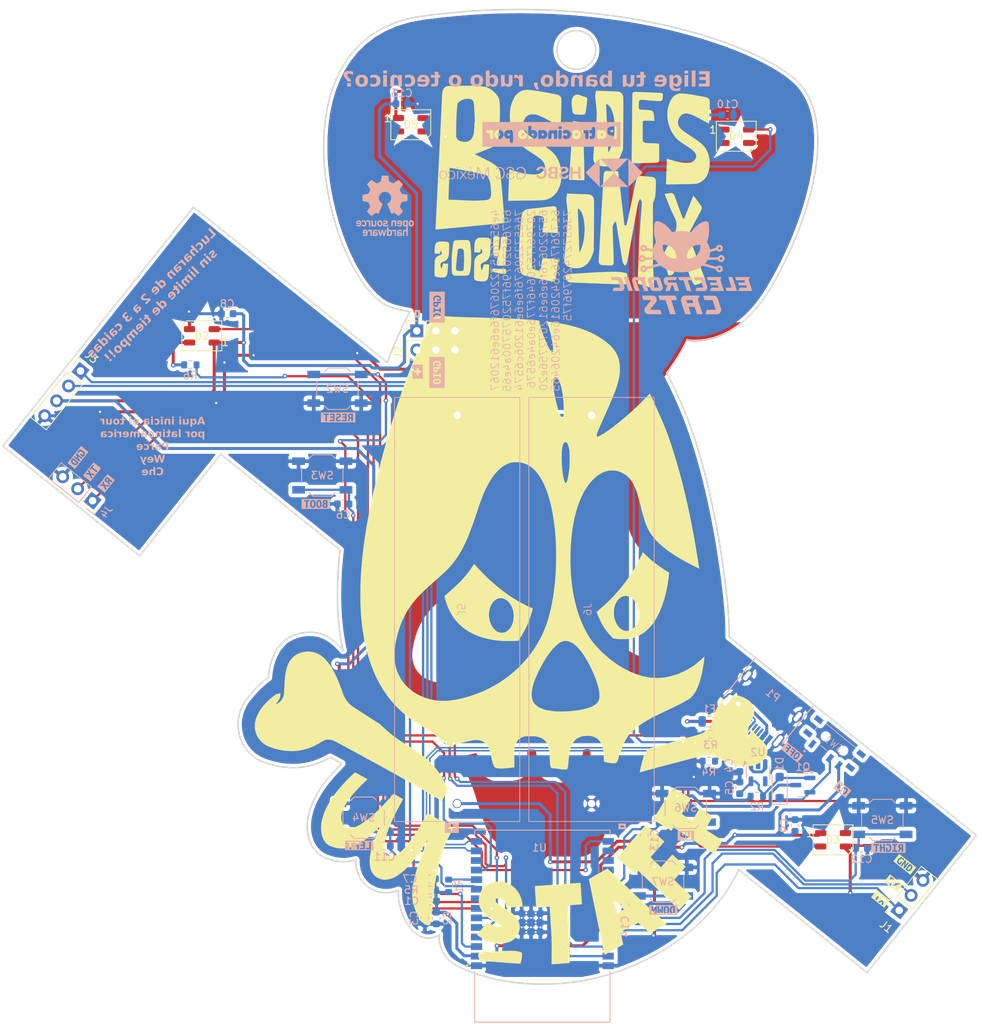
<source format=kicad_pcb>
(kicad_pcb (version 20240108) (generator "pcbnew") (generator_version "8.0")
  (layers (0 "F.Cu" signal) (31 "B.Cu" signal) (34 "B.Paste" user) (35 "F.Paste" user) (36 "B.SilkS" user "B.Silkscreen") (37 "F.SilkS" user "F.Silkscreen") (38 "B.Mask" user) (39 "F.Mask" user) (44 "Edge.Cuts" user))
  (net 0 "")
  (net 1 "Net-(D1-A)")
  (net 2 "GND")
  (net 3 "/VOUT")
  (net 4 "/BOOT")
  (net 5 "/EN")
  (net 6 "VBUS")
  (net 7 "Net-(D1-K)")
  (net 8 "Net-(F1-Pad1)")
  (net 9 "/SDA")
  (net 10 "/SCL")
  (net 11 "+BATT")
  (net 12 "Net-(P1-CC)")
  (net 13 "Net-(P1-VCONN)")
  (net 14 "/LEFT")
  (net 15 "/RIGHT")
  (net 16 "/UP")
  (net 17 "/DOWN")
  (net 26 "/D-")
  (net 27 "/D+")
  (net 28 "Net-(D2-DIN)")
  (net 29 "Net-(D3-DOUT)")
  (net 30 "Net-(D4-DOUT)")
  (net 31 "/PIN")
  (net 32 "Net-(D2-DOUT)")
  (net 34 "/RX")
  (net 35 "/TX")
  (net 36 "/GPIO2")
  (net 37 "/GPIO3")
  (net 38 "/TX1")
  (net 39 "/RX1")
  (net 40 "Net-(J5-Pin_1)")
  (net 41 "Net-(U1-IO8)")
  (footprint "LED_SMD:LED_WS2812B-Mini_PLCC4_3.5x3.5mm" (layer "F.Cu") (at 189.07 130.88)
    (property "Reference" "D3")
    (property "Value" "WS2812B")
  )
  (footprint "LED_SMD:LED_WS2812B-Mini_PLCC4_3.5x3.5mm" (layer "F.Cu") (at 105.2 63.97 180)
    (property "Reference" "D2")
    (property "Value" "WS2812B")
  )
  (footprint "Connector_PinSocket_2.54mm:PinSocket_2x03_P2.54mm_Vertical" (layer "F.Cu") (at 133.755 63.31 90)
    (property "Reference" "J2")
    (property "Value" "Add_On")
  )
  (footprint "kibuzzard-666B5A62" (layer "F.Cu") (at 195.38 138.72 -38.4)
    (property "Reference" "kibuzzard-666B5A62" (hide yes))
    (property "Value" "G***" (hide yes))
  )
  (footprint "Staff:Badge_Staff_Bsides_2024_CDMX" (layer "F.Cu") (at 145.78 83.76)
    (property "Reference" "Ref**" (hide yes))
    (property "Value" "Val**" (hide yes))
  )
  (footprint "LED_SMD:LED_WS2812B-Mini_PLCC4_3.5x3.5mm" (layer "F.Cu") (at 176.21 37.47)
    (property "Reference" "D4")
    (property "Value" "WS2812B")
  )
  (footprint "LED_SMD:LED_WS2812B-Mini_PLCC4_3.5x3.5mm" (layer "F.Cu") (at 132.96 35.94)
    (property "Reference" "D5")
    (property "Value" "WS2812B")
  )
  (footprint "bsides:Display OLED 128 x32" (layer "F.Cu") (at 89.079514 68.63556 -38.699)
    (property "Reference" "J3")
    (property "Value" "OLED")
  )
  (footprint "kibuzzard-666B5A91" (layer "F.Cu") (at 197.09 136.64 -38.4)
    (property "Reference" "kibuzzard-666B5A91" (hide yes))
    (property "Value" "G***" (hide yes))
  )
  (footprint "Connector_PinSocket_2.54mm:PinSocket_1x03_P2.54mm_Vertical" (layer "F.Cu") (at 197.862285 140.250582 141.6)
    (property "Reference" "J1")
    (property "Value" "Serial_IN")
  )
  (footprint "kibuzzard-666B5AA1" (layer "F.Cu") (at 198.6 134.14 -38.4)
    (property "Reference" "kibuzzard-666B5AA1" (hide yes))
    (property "Value" "G***" (hide yes))
  )
  (footprint "Capacitor_SMD:C_0603_1608Metric" (layer "B.Cu") (at 123.98 86.29)
    (property "Reference" "C6")
    (property "Value" "0.1uF")
  )
  (footprint "Resistor_SMD:R_0603_1608Metric" (layer "B.Cu") (at 135.49 137.54)
    (property "Reference" "R5")
    (property "Value" "10K")
  )
  (footprint "Resistor_SMD:R_0603_1608Metric" (layer "B.Cu") (at 137.99 136.99 -90)
    (property "Reference" "R1")
    (property "Value" "3.3K")
  )
  (footprint "Capacitor_SMD:C_0603_1608Metric" (layer "B.Cu") (at 131.76 33.17 180)
    (property "Reference" "C15")
    (property "Value" "0.1uF")
  )
  (footprint "Button_Switch_SMD:SW_SPST_TL3342" (layer "B.Cu") (at 166.48 136.44 180)
    (property "Reference" "SW7")
    (property "Value" "~")
  )
  (footprint "kibuzzard-666C8E87" (layer "B.Cu") (at 151.66 37.22 180)
    (property "Reference" "kibuzzard-666C8E87" (hide yes))
    (property "Value" "G***" (hide yes))
  )
  (footprint "kibuzzard-666C926F" (layer "B.Cu") (at 136.4366 68.83 -90)
    (property "Reference" "kibuzzard-666C926F" (hide yes))
    (property "Value" "G***" (hide yes))
  )
  (footprint "Capacitor_SMD:C_0603_1608Metric" (layer "B.Cu") (at 175.06 34.65 180)
    (property "Reference" "C10")
    (property "Value" "0.1uF")
  )
  (footprint "Package_TO_SOT_SMD:SOT-23-5" (layer "B.Cu") (at 179.1075 121.98 -90)
    (property "Reference" "U2")
    (property "Value" "AP2112K-3.3")
  )
  (footprint "kibuzzard-666C8921" (layer "B.Cu") (at 166.51 140.2 180)
    (property "Reference" "kibuzzard-666C8921" (hide yes))
    (property "Value" "G***" (hide yes))
  )
  (footprint "Button_Switch_SMD:SW_SPST_TL3342" (layer "B.Cu") (at 123.22 71)
    (property "Reference" "SW2")
    (property "Value" "RESET")
  )
  (footprint "kibuzzard-666C8959" (layer "B.Cu") (at 126.11 131.63 180)
    (property "Reference" "kibuzzard-666C8959" (hide yes))
    (property "Value" "G***" (hide yes))
  )
  (footprint "bsides:BH-AA-A1AJ020" (layer "B.Cu") (at 139.12 100.3 90)
    (property "Reference" "J5")
    (property "Value" "Battery")
  )
  (footprint "LOGO" (layer "B.Cu") (at 150.4 42.28 180)
    (property "Reference" "G***")
    (property "Value" "LOGO" (hide yes))
  )
  (footprint "Capacitor_SMD:C_0603_1608Metric" (layer "B.Cu") (at 192.85 132.02 180)
    (property "Reference" "C12")
    (property "Value" "0.1uF")
  )
  (footprint "kibuzzard-666C89FF" (layer "B.Cu") (at 123.31 74.8 180)
    (property "Reference" "kibuzzard-666C89FF" (hide yes))
    (property "Value" "G***" (hide yes))
  )
  (footprint "Resistor_SMD:R_0603_1608Metric" (layer "B.Cu") (at 172.56 120.44)
    (property "Reference" "R4")
    (property "Value" "5k1")
  )
  (footprint "bsides:XCVR_ESP32-C6-WROOM-1-N8" (layer "B.Cu") (at 150.4425 142.34)
    (property "Reference" "U1")
    (property "Value" "ESP32-C6-WROOM-1-N4")
  )
  (footprint "Capacitor_SMD:C_0603_1608Metric" (layer "B.Cu") (at 129.46 131.71)
    (property "Reference" "C11")
    (property "Value" "0.1uF")
  )
  (footprint "Capacitor_SMD:C_0603_1608Metric" (layer "B.Cu") (at 163.98 130.25 90)
    (property "Reference" "C13")
    (property "Value" "0.1uF")
  )
  (footprint "Capacitor_SMD:C_0603_1608Metric" (layer "B.Cu") (at 176.67 121.03 -90)
    (property "Reference" "C4")
    (property "Value" "10uF")
  )
  (footprint "Button_Switch_SMD:SW_SPST_TL3342" (layer "B.Cu") (at 169.51 126.64 180)
    (property "Reference" "SW6")
    (property "Value" "RESET")
  )
  (footprint "Resistor_SMD:R_0603_1608Metric" (layer "B.Cu") (at 103.67 67.82 180)
    (property "Reference" "R6")
    (property "Value" "470")
  )
  (footprint "Fuse:Fuse_0805_2012Metric" (layer "B.Cu") (at 172.61 115.17 180)
    (property "Reference" "F1")
    (property "Value" "0.75A")
  )
  (footprint "kibuzzard-666B5A91" (layer "B.Cu") (at 92.47 83.56 -128.7)
    (property "Reference" "kibuzzard-666B5A91" (hide yes))
    (property "Value" "G***" (hide yes))
  )
  (footprint "Button_Switch_SMD:SW_SPST_TL3342" (layer "B.Cu") (at 121.2 82.51 180)
    (property "Reference" "SW3")
    (property "Value" "BOOT")
  )
  (footprint "bsides:MSK12C02" (layer "B.Cu") (at 189.259321 118.102854 -39)
    (property "Reference" "SW1")
    (property "Value" "ON" (hide yes))
  )
  (footprint "kibuzzard-666C7661" (layer "B.Cu") (at 190.3 124.17 141)
    (property "Reference" "kibuzzard-666C7661" (hide yes))
    (property "Value" "G***" (hide yes))
  )
  (footprint "Capacitor_SMD:C_0603_1608Metric" (layer "B.Cu") (at 108.57 61.04)
    (property "Reference" "C8")
    (property "Value" "0.1uF")
  )
  (footprint "Button_Switch_SMD:SW_SPST_TL3342" (layer "B.Cu") (at 126.7 127.95 180)
    (property "Reference" "SW4")
    (property "Value" "RESET")
  )
  (footprint "Capacitor_SMD:C_0603_1608Metric" (layer "B.Cu") (at 136.35 141.27 -90)
    (property "Reference" "C2")
    (property "Value" "10uF")
  )
  (footprint "Resistor_SMD:R_0603_1608Metric" (layer "B.Cu") (at 178.94 125.11 180)
    (property "Reference" "R2")
    (property "Value" "100K")
  )
  (footprint "Capacitor_SMD:C_0603_1608Metric" (layer "B.Cu") (at 134.84 141.28 -90)
    (property "Reference" "C3")
    (property "Value" "10uF")
  )
  (footprint "Capacitor_SMD:C_0603_1608Metric" (layer "B.Cu") (at 135.61 139.02 180)
    (property "Reference" "C1")
    (property "Value" "1uF")
  )
  (footprint "Capacitor_SMD:C_0603_1608Metric" (layer "B.Cu") (at 161.43 139.51 90)
    (property "Reference" "C14")
    (property "Value" "0.1uF")
  )
  (footprint "bsides:BH-AA-A1AJ020" (layer "B.Cu") (at 156.98 100.3 -90)
    (property "Reference" "J6")
    (property "Value" "Battery")
  )
  (footprint "Resistor_SMD:R_0603_1608Metric" (layer "B.Cu") (at 172.79 116.86)
    (property "Reference" "R3")
    (property "Value" "5k1")
  )
  (footprint "kibuzzard-666C8913" (layer "B.Cu") (at 169.5 130.35 180)
    (property "Reference" "kibuzzard-666C8913" (hide yes))
    (property "Value" "G***" (hide yes))
  )
  (footprint "kibuzzard-666B5C0A" (layer "B.Cu") (at 133.8366 61.04 90)
    (property "Reference" "kibuzzard-666B5C0A" (hide yes))
    (property "Value" "G***" (hide yes))
  )
  (footprint "kibuzzard-666C89E6" (layer "B.Cu") (at 120.33 86.29 180)
    (property "Reference" "kibuzzard-666C89E6" (hide yes))
    (property "Value" "G***" (hide yes))
  )
  (footprint "kibuzzard-666B5BCA" (layer "B.Cu") (at 138.42 129.29 180)
    (property "Reference" "kibuzzard-666B5BCA" (hide yes))
    (property "Value" "G***" (hide yes))
  )
  (footprint "kibuzzard-666C9266" (layer "B.Cu") (at 136.4566 60.16 -90)
    (property "Reference" "kibuzzard-666C9266" (hide yes))
    (property "Value" "G***" (hide yes))
  )
  (footprint "Diode_SMD:D_SOD-123F" (layer "B.Cu") (at 181.97 123.94 90)
    (property "Reference" "D1")
    (property "Value" "MBR120")
  )
  (footprint "Connector_PinHeader_2.54mm:PinHeader_1x03_P2.54mm_Vertical" (layer "B.Cu") (at 90.680588 85.858738 51.3)
    (property "Reference" "J4")
    (property "Value" "Serial_OUT")
  )
  (footprint "Capacitor_SMD:C_0603_1608Metric" (layer "B.Cu") (at 135.46 136.06)
    (property "Reference" "C7")
    (property "Value" "0.1uF")
  )
  (footprint "kibuzzard-666B5A62" (layer "B.Cu") (at 90.61 82.03 -128.7)
    (property "Reference" "kibuzzard-666B5A62" (hide yes))
    (property "Value" "G***" (hide yes))
  )
  (footprint "Button_Switch_SMD:SW_SPST_TL3342" (layer "B.Cu") (at 195.62 128.26 180)
    (property "Reference" "SW5")
    (property "Value" "~")
  )
  (footprint "Package_TO_SOT_SMD:SOT-23" (layer "B.Cu") (at 185.05 123.62 180)
    (property "Reference" "Q1")
    (property "Value" "DMG3415U-7")
  )
  (footprint "kibuzzard-666C76B6" (layer "B.Cu") (at 183.63 119.25 141)
    (property "Reference" "kibuzzard-666C76B6" (hide yes))
    (property "Value" "G***" (hide yes))
  )
  (footprint "bsides:C393939" (layer "B.Cu") (at 178.4 115.05 -39)
    (property "Reference" "P1")
    (property "Value" "USB_C_Plug_USB2.0" (hide yes))
  )
  (footprint "LOGO" (layer "B.Cu") (at 168.94 54.92 180)
    (property "Reference" "G***")
    (property "Value" "LOGO" (hide yes))
  )
  (footprint "Symbol:OSHW-Logo_7.5x8mm_SilkScreen" (layer "B.Cu") (at 129.54 46.7 180)
    (property "Reference" "REF**" (hide yes))
    (property "Value" "OSHW-Logo_7.5x8mm_SilkScreen" (hide yes))
  )
  (footprint "kibuzzard-666C8949" (layer "B.Cu") (at 196.42 131.96 180)
    (property "Reference" "kibuzzard-666C8949" (hide yes))
    (property "Value" "G***" (hide yes))
  )
  (footprint "kibuzzard-666B5C0A" (layer "B.Cu") (at 161.05 129.1)
    (property "Reference" "kibuzzard-666B5C0A" (hide yes))
    (property "Value" "G***" (hide yes))
  )
  (footprint "Capacitor_SMD:C_0603_1608Metric" (layer "B.Cu") (at 184.01 128.98 -90)
    (property "Reference" "C9")
    (property "Value" "0.1uF")
  )
  (footprint "kibuzzard-666B5AA1" (layer "B.Cu") (at 88.74 80.12 -128.7)
    (property "Reference" "kibuzzard-666B5AA1" (hide yes))
    (property "Value" "G***" (hide yes))
  )
  (footprint "kibuzzard-666B5BCA" (layer "B.Cu") (at 133.8666 68.72 -90)
    (property "Reference" "kibuzzard-666B5BCA" (hide yes))
    (property "Value" "G***" (hide yes))
  )
  (footprint "Capacitor_SMD:C_0603_1608Metric" (layer "B.Cu") (at 176.67 123.99 90)
    (property "Reference" "C5")
    (property "Value" "10uF")
  )
  (gr_curve (pts (xy 111.244099 112.092017) (xy 110.114626 113.502725) (xy 109.732329 115.366248) (xy 110.215403 117.079999)) (stroke (width 0.2)) (layer "Edge.Cuts"))
  (gr_curve (pts (xy 121.534448 133.24225) (xy 121.680404 133.301458) (xy 121.881978 133.385073) (xy 122.114816 133.465181)) (stroke (width 0.2)) (layer "Edge.Cuts"))
  (gr_line (start 129.83 67.51) (end 104.08497 46.868337) (stroke (width 0.2)) (layer "Edge.Cuts"))
  (gr_curve (pts (xy 115.084302 105.755999) (xy 115.032165 105.85352) (xy 114.983525 105.951061) (xy 114.931388 106.048581)) (stroke (width 0.2)) (layer "Edge.Cuts"))
  (gr_curve (pts (xy 128.380793 137.697307) (xy 129.075853 137.930698) (xy 130.090633 138.063064) (xy 131.313946 137.589326)) (stroke (width 0.2)) (layer "Edge.Cuts"))
  (gr_curve (pts (xy 136.759737 143.476009) (xy 136.707601 143.768612) (xy 136.585972 145.033007) (xy 137.788433 146.621385)) (stroke (width 0.2)) (layer "Edge.Cuts"))
  (gr_curve (pts (xy 123.782957 120.754845) (xy 123.650916 120.880238) (xy 123.539703 121.026527) (xy 123.407638 121.15889)) (stroke (width 0.2)) (layer "Edge.Cuts"))
  (gr_curve (pts (xy 132.836141 60.759502) (xy 131.793551 62.737979) (xy 130.792665 64.988138) (xy 129.83 67.51)) (stroke (width 0.2)) (layer "Edge.Cuts"))
  (gr_curve (pts (xy 180.558964 57.958963) (xy 185.813618 49.358843) (xy 190.105603 35.645327) (xy 184.197593 30.072143)) (stroke (width 0.2)) (layer "Edge.Cuts"))
  (gr_curve (pts (xy 125.955019 135.36355) (xy 126.365122 136.45727) (xy 127.167916 137.251459) (xy 128.273058 137.658995)) (stroke (width 0.2)) (layer "Edge.Cuts"))
  (gr_line (start 176.548444 134.85499) (end 193.580892 148.512788) (stroke (width 0.2)) (layer "Edge.Cuts"))
  (gr_curve (pts (xy 123.81078 105.536548) (xy 122.893297 104.519428) (xy 121.718663 103.464017) (xy 119.928877 103.342111)) (stroke (width 0.2)) (layer "Edge.Cuts"))
  (gr_line (start 116.311076 104.327861) (end 116.172078 104.421915) (stroke (width 0.2)) (layer "Edge.Cuts"))
  (gr_curve (pts (xy 134.563355 21.517306) (xy 113.225027 24.439748) (xy 122.34421 57.746489) (xy 130.403431 60.198683)) (stroke (width 0.2)) (layer "Edge.Cuts"))
  (gr_curve (pts (xy 157.531616 26.104733) (xy 157.479483 27.529385) (xy 156.28398 28.640542) (xy 154.862592 28.588283)) (stroke (width 0.2)) (layer "Edge.Cuts"))
  (gr_line (start 116.057386 104.547308) (end 115.828026 104.798112) (stroke (width 0.2)) (layer "Edge.Cuts"))
  (gr_curve (pts (xy 122.250356 119.932786) (xy 122.274683 119.943236) (xy 122.319866 119.960652) (xy 122.378942 119.995502)) (stroke (width 0.2)) (layer "Edge.Cuts"))
  (gr_curve (pts (xy 130.403431 60.198683) (xy 131.161043 60.428587) (xy 131.977732 60.609701) (xy 132.836141 60.759502)) (stroke (width 0.2)) (layer "Edge.Cuts"))
  (gr_curve (pts (xy 110.215403 117.079999) (xy 110.681104 118.734538) (xy 111.876607 120.019853) (xy 113.492607 120.601572)) (stroke (width 0.2)) (layer "Edge.Cuts"))
  (gr_curve (pts (xy 169.427568 74.204801) (xy 168.718614 72.445768) (xy 167.884535 70.651893) (xy 166.970527 68.885887)) (stroke (width 0.2)) (layer "Edge.Cuts"))
  (gr_line (start 115.247634 105.435527) (end 115.209409 105.515656) (stroke (width 0.2)) (layer "Edge.Cuts"))
  (gr_curve (pts (xy 175.26259 103.934248) (xy 175.273015 102.840528) (xy 175.234787 101.865203) (xy 175.186143 101.126756)) (stroke (width 0.2)) (layer "Edge.Cuts"))
  (gr_curve (pts (xy 125.652668 133.548775) (xy 125.649193 134.214063) (xy 125.753466 134.816678) (xy 125.955019 135.36355)) (stroke (width 0.2)) (layer "Edge.Cuts"))
  (gr_curve (pts (xy 119.303312 130.204875) (xy 119.581333 131.636483) (xy 120.415412 132.772023) (xy 121.534448 133.24225)) (stroke (width 0.2)) (layer "Edge.Cuts"))
  (gr_line (start 78.756984 78.59716) (end 96.939757 93.177999) (stroke (width 0.2)) (layer "Edge.Cuts"))
  (gr_curve (pts (xy 119.928877 103.342111) (xy 119.866325 103.338627) (xy 119.80377 103.335144) (xy 119.741218 103.335144)) (stroke (width 0.2)) (layer "Edge.Cuts"))
  (gr_curve (pts (xy 123.567506 92.40473) (xy 123.004507 97.50071) (xy 123.108783 101.952281) (xy 123.970651 105.73161)) (stroke (width 0.2)) (layer "Edge.Cuts"))
  (gr_line (start 115.209409 105.515656) (end 115.167705 105.595763) (stroke (width 0.2)) (layer "Edge.Cuts"))
  (gr_line (start 193.580892 148.512788) (end 208.128495 130.288473) (stroke (width 0.2)) (layer "Edge.Cuts"))
  (gr_curve (pts (xy 122.219079 119.946719) (xy 122.229505 119.939753) (xy 122.239965 119.93627) (xy 122.250356 119.932786)) (stroke (width 0.2)) (layer "Edge.Cuts"))
  (gr_line (start 96.939757 93.177999) (end 107.723623 79.670005) (stroke (width 0.2)) (layer "Edge.Cuts"))
  (gr_line (start 115.167705 105.595763) (end 115.084302 105.755999) (stroke (width 0.2)) (layer "Edge.Cuts"))
  (gr_curve (pts (xy 123.407638 121.15889) (xy 121.742956 122.813429) (xy 120.55441 124.464482) (xy 119.873244 126.059812)) (stroke (width 0.2)) (layer "Edge.Cuts"))
  (gr_curve (pts (xy 128.273058 137.658995) (xy 128.307811 137.672928) (xy 128.342568 137.686861) (xy 128.380793 137.697307)) (stroke (width 0.2)) (layer "Edge.Cuts"))
  (gr_line (start 104.08497 46.868337) (end 78.756984 78.59716) (stroke (width 0.2)) (layer "Edge.Cuts"))
  (gr_curve (pts (xy 137.788433 146.621385) (xy 139.164638 148.439626) (xy 151.192669 153.194259) (xy 164.061694 146.879141)) (stroke (width 0.2)) (layer "Edge.Cuts"))
  (gr_line (start 115.828026 104.798112) (end 115.369283 105.303164) (stroke (width 0.2)) (layer "Edge.Cuts"))
  (gr_curve (pts (xy 119.873244 126.059812) (xy 119.254651 127.512317) (xy 119.060034 128.943946) (xy 119.303312 130.204875)) (stroke (width 0.2)) (layer "Edge.Cuts"))
  (gr_curve (pts (xy 152.388179 25.916645) (xy 152.440294 24.491989) (xy 153.632322 23.380836) (xy 155.053727 23.433095)) (stroke (width 0.2)) (layer "Edge.Cuts"))
  (gr_curve (pts (xy 114.931388 106.048581) (xy 114.333647 107.135352) (xy 114.128594 108.267405) (xy 114.031275 109.350707)) (stroke (width 0.2)) (layer "Edge.Cuts"))
  (gr_curve (pts (xy 154.862592 28.588283) (xy 153.444663 28.536048) (xy 152.336042 27.33781) (xy 152.388179 25.916645)) (stroke (width 0.2)) (layer "Edge.Cuts"))
  (gr_curve (pts (xy 123.970651 105.73161) (xy 123.915036 105.665428) (xy 123.866395 105.599247) (xy 123.81078 105.536548)) (stroke (width 0.2)) (layer "Edge.Cuts"))
  (gr_curve (pts (xy 166.970527 68.885887) (xy 168.016596 67.51349) (xy 168.965346 66.033113) (xy 169.681258 64.493525)) (stroke (width 0.2)) (layer "Edge.Cuts"))
  (gr_curve (pts (xy 164.061694 146.879141) (xy 171.078325 143.434214) (xy 174.682211 138.707453) (xy 176.548444 134.85499)) (stroke (width 0.2)) (layer "Edge.Cuts"))
  (gr_curve (pts (xy 119.741218 103.335144) (xy 118.517905 103.289862) (xy 117.364102 103.62426) (xy 116.311076 104.327861)) (stroke (width 0.2)) (layer "Edge.Cuts"))
  (gr_curve (pts (xy 116.947056 121.294733) (xy 118.806355 121.364401) (xy 120.578748 120.911563) (xy 122.219079 119.946719)) (stroke (width 0.2)) (layer "Edge.Cuts"))
  (gr_curve (pts (xy 113.492607 120.601572) (xy 114.663783 121.019564) (xy 115.828019 121.256421) (xy 116.947056 121.294733)) (stroke (width 0.2)) (layer "Edge.Cuts"))
  (gr_line (start 115.369283 105.303164) (end 115.247634 105.435527) (stroke (width 0.2)) (layer "Edge.Cuts"))
  (gr_curve (pts (xy 131.313946 137.589326) (xy 131.282668 138.198893) (xy 131.317421 138.777122) (xy 131.435574 139.292634)) (stroke (width 0.2)) (layer "Edge.Cuts"))
  (gr_curve (pts (xy 122.378942 119.995502) (xy 122.837686 120.242798) (xy 123.320756 120.511015) (xy 123.782957 120.754845)) (stroke (width 0.2)) (layer "Edge.Cuts"))
  (gr_curve (pts (xy 184.197593 30.072143) (xy 179.029822 25.192121) (xy 159.043371 18.166433) (xy 134.563355 21.517306)) (stroke (width 0.2)) (layer "Edge.Cuts"))
  (gr_curve (pts (xy 114.031275 109.350707) (xy 112.849687 110.176235) (xy 111.963489 111.189847) (xy 111.244099 112.092017)) (stroke (width 0.2)) (layer "Edge.Cuts"))
  (gr_line (start 208.128495 130.288473) (end 175.26259 103.934248) (stroke (width 0.2)) (layer "Edge.Cuts"))
  (gr_curve (pts (xy 131.435574 139.292634) (xy 131.991636 141.723929) (xy 133.079384 143.326233) (xy 134.497314 143.803433)) (stroke (width 0.2)) (layer "Edge.Cuts"))
  (gr_curve (pts (xy 169.681258 64.493525) (xy 169.681258 64.493525) (xy 175.759575 65.817152) (xy 180.558964 57.958963)) (stroke (width 0.2)) (layer "Edge.Cuts"))
  (gr_curve (pts (xy 134.497314 143.803433) (xy 135.289692 144.07165) (xy 136.127229 143.94277) (xy 136.759737 143.476009)) (stroke (width 0.2)) (layer "Edge.Cuts"))
  (gr_line (start 116.172078 104.421915) (end 116.057386 104.547308) (stroke (width 0.2)) (layer "Edge.Cuts"))
  (gr_curve (pts (xy 155.053727 23.433095) (xy 156.475114 23.48535) (xy 157.583735 24.680102) (xy 157.531616 26.104733)) (stroke (width 0.2)) (layer "Edge.Cuts"))
  (gr_curve (pts (xy 175.186143 101.126756) (xy 174.904644 96.912043) (xy 173.323386 83.860332) (xy 169.427568 74.204801)) (stroke (width 0.2)) (layer "Edge.Cuts"))
  (gr_line (start 107.723623 79.670005) (end 123.567506 92.40473) (stroke (width 0.2)) (layer "Edge.Cuts"))
  (gr_curve (pts (xy 122.114816 133.465181) (xy 123.296425 133.862273) (xy 124.47108 133.893612) (xy 125.652668 133.548775)) (stroke (width 0.2)) (layer "Edge.Cuts"))
  (gr_text "Elige tu bando, rudo o tecnico?" (at 172.93 31.21 0) (layer "B.SilkS") (effects (font (size 2 2) (thickness 0.4) (bold yes)) (justify left bottom mirror)))
  (gr_text "4e6576657220676f6e6e612067\n69766520796f752075700a4e65\n76657220676f6e6e61206c6574\n20796f7520646f776e0a4e6576\n657220676f6e6e612072756e20\n61726f756e6420616e64206465\n7365727420796f75" (at 154.4 47.12 90) (layer "B.SilkS") (effects (font (size 1 1) (thickness 0.1)) (justify left bottom mirror)))
  (gr_text "Lucharan de 2 a 3 caidas \nsin limite de tiempo!!" (at 100.26 60.48 45) (layer "B.SilkS") (effects (font (size 1.2 1.2) (thickness 0.2) (bold yes)) (justify bottom mirror)))
  (gr_text "Aqui inicia el tour\npor latinoamerica\nParce\nWey\nChe" (at 98.66 82.64 0) (layer "B.SilkS") (effects (font (size 1 1) (thickness 0.2) (bold yes)) (justify bottom mirror)))
  (segment (start 178.1575 123.2775) (end 178.1575 123.1175) (width 0.3) (layer "B.Cu") (net 1))
  (segment (start 179.765 124.9325) (end 181.97 122.7275) (width 0.3) (layer "B.Cu") (net 1))
  (segment (start 182.1 122.67) (end 181.97 122.54) (width 0.3) (layer "B.Cu") (net 1))
  (segment (start 178.7375 123.1175) (end 179.195 123.575) (width 0.3) (layer "B.Cu") (net 1))
  (segment (start 178.1575 123.1175) (end 178.7375 123.1175) (width 0.3) (layer "B.Cu") (net 1))
  (segment (start 176.67 124.765) (end 178.1575 123.2775) (width 0.3) (layer "B.Cu") (net 1))
  (segment (start 179.195 124.155) (end 179.765 124.725) (width 0.3) (layer "B.Cu") (net 1))
  (segment (start 181.97 122.7275) (end 181.97 122.54) (width 0.3) (layer "B.Cu") (net 1))
  (segment (start 179.765 125.11) (end 179.765 124.9325) (width 0.3) (layer "B.Cu") (net 1))
  (segment (start 179.765 124.725) (end 179.765 125.11) (width 0.3) (layer "B.Cu") (net 1))
  (segment (start 185.9875 122.67) (end 182.1 122.67) (width 0.3) (layer "B.Cu") (net 1))
  (segment (start 179.195 123.575) (end 179.195 124.155) (width 0.3) (layer "B.Cu") (net 1))
  (segment (start 103.56 60.81) (end 103.5 60.75) (width 0.4) (layer "F.Cu") (net 2))
  (segment (start 200.94 136.18) (end 196.389874 131.629874) (width 0.4) (layer "F.Cu") (net 2))
  (segment (start 112.07 66.55) (end 109.16 66.55) (width 0.4) (layer "F.Cu") (net 2))
  (segment (start 190.71 132.07) (end 190.71 131.77) (width 0.4) (layer "F.Cu") (net 2))
  (segment (start 133.14 68.4) (end 128.9 68.4) (width 0.4) (layer "F.Cu") (net 2))
  (segment (start 133.23 68.49) (end 133.14 68.4) (width 0.4) (layer "F.Cu") (net 2))
  (segment (start 191.35 137.95) (end 191.35 132.71) (width 0.4) (layer "F.Cu") (net 2))
  (segment (start 165.34 134.49) (end 165.34 139.67) (width 0.4) (layer "F.Cu") (net 2))
  (segment (start 103.56 63.08) (end 103.56 60.81) (width 0.4) (layer "F.Cu") (net 2))
  (segment (start 196.389874 131.629874) (end 190.850126 131.629874) (width 0.4) (layer "F.Cu") (net 2))
  (segment (start 165.34 139.67) (end 165.35 139.68) (width 0.4) (layer "F.Cu") (net 2))
  (segment (start 201.017717 136.26942) (end 201.017716 136.26942) (width 0.3) (layer "F.Cu") (net 2))
  (segment (start 165.35 139.68) (end 165.35 143.45) (width 0.4) (layer "F.Cu") (net 2))
  (segment (start 91.66 74.06) (end 105.93 74.06) (width 0.4) (layer "F.Cu") (net 2))
  (segment (start 126.76 66.26) (end 125.85 66.26) (width 0.4) (layer "F.Cu") (net 2))
  (segment (start 107.11 72.88) (end 108.2 71.79) (width 0.4) (layer "F.Cu") (net 2))
  (segment (start 190.850126 131.629874) (end 190.71 131.77) (width 0.4) (layer "F.Cu") (net 2))
  (segment (start 108.2 71.79) (end 108.2 67.51) (width 0.4) (layer "F.Cu") (net 2))
  (segment (start 170.73 117.96) (end 170.73 122.37) (width 0.4) (layer "F.Cu") (net 2))
  (segment (start 170.73 122.37) (end 170.57 122.53) (width 0.4) (layer "F.Cu") (net 2))
  (segment (start 191.35 132.71) (end 190.71 132.07) (width 0.4) (layer "F.Cu") (net 2))
  (segment (start 105.93 74.06) (end 107.11 72.88) (width 0.4) (layer "F.Cu") (net 2))
  (segment (start 165.35 143.45) (end 165.21 143.59) (width 0.4) (layer "F.Cu") (net 2))
  (segment (start 128.9 68.4) (end 126.76 66.26) (width 0.4) (layer "F.Cu") (net 2))
  (segment (start 109.16 66.55) (end 108.2 67.51) (width 0.4) (layer "F.Cu") (net 2))
  (via (at 137.57 37.49) (size 0.6) (drill 0.3) (layers "F.Cu" "B.Cu") (net 2))
  (via (at 125.85 66.26) (size 0.6) (drill 0.3) (layers "F.Cu" "B.Cu") (net 2))
  (via (at 133.23 68.49) (size 0.6) (drill 0.3) (layers "F.Cu" "B.Cu") (net 2))
  (via (at 91.66 74.06) (size 0.6) (drill 0.3) (layers "F.Cu" "B.Cu") (net 2))
  (via (at 170.57 122.53) (size 0.6) (drill 0.3) (layers "F.Cu" "B.Cu") (net 2))
  (via (at 191.35 137.95) (size 0.6) (drill 0.3) (layers "F.Cu" "B.Cu") (net 2))
  (via (at 165.21 143.59) (size 0.6) (drill 0.3) (layers "F.Cu" "B.Cu") (net 2))
  (via (at 103.5 60.75) (size 0.6) (drill 0.3) (layers "F.Cu" "B.Cu") (net 2))
  (via (at 107.11 72.88) (size 0.6) (drill 0.3) (layers "F.Cu" "B.Cu") (net 2))
  (via (at 133.87 33.15) (size 0.6) (drill 0.3) (layers "F.Cu" "B.Cu") (net 2))
  (via (at 170.73 117.96) (size 0.6) (drill 0.3) (layers "F.Cu" "B.Cu") (net 2))
  (via (at 108.2 67.51) (size 0.6) (drill 0.3) (layers "F.Cu" "B.Cu") (net 2))
  (via (at 165.35 139.68) (size 0.6) (drill 0.3) (layers "F.Cu" "B.Cu") (net 2))
  (via (at 112.07 66.55) (size 0.6) (drill 0.3) (layers "F.Cu" "B.Cu") (net 2))
  (via (at 165.34 134.49) (size 0.6) (drill 0.3) (layers "F.Cu" "B.Cu") (net 2))
  (segment (start 120.07 72.9) (end 107.13 72.9) (width 0.4) (layer "B.Cu") (net 2))
  (segment (start 133.755 67.965) (end 133.23 68.49) (width 0.4) (layer "B.Cu") (net 2))
  (segment (start 171.83 116.86) (end 170.73 117.96) (width 0.4) (layer "B.Cu") (net 2))
  (segment (start 84.315269 74.582523) (end 91.137477 74.582523) (width 0.4) (layer "B.Cu") (net 2))
  (segment (start 163.33 131.675) (end 163.98 131.025) (width 0.4) (layer "B.Cu") (net 2))
  (segment (start 161.43 140.285) (end 164.745 140.285) (width 0.4) (layer "B.Cu") (net 2))
  (segment (start 140.633651 147.6) (end 141.6925 147.6) (width 0.3) (layer "B.Cu") (net 2))
  (segment (start 133.74 139.49) (end 134.21 139.02) (width 0.3) (layer "B.Cu") (net 2))
  (segment (start 175.393944 113.67732) (end 175.393944 112.682551) (width 0.4) (layer "B.Cu") (net 2))
  (segment (start 136.35 142.045) (end 137.735 142.045) (width 0.3) (layer "B.Cu") (net 2))
  (segment (start 134.21 139.02) (end 134.835 139.02) (width 0.3) (layer "B.Cu") (net 2))
  (segment (start 134.84 142.055) (end 136.34 142.055) (width 0.3) (layer "B.Cu") (net 2))
  (segment (start 176.67 123.215) (end 176.67 121.805) (width 0.3) (layer "B.Cu") (net 2))
  (segment (start 163.33 134.54) (end 163.33 131.675) (width 0.4) (layer "B.Cu") (net 2))
  (segment (start 133.74 141.34) (end 133.74 139.49) (width 0.3) (layer "B.Cu") (net 2))
  (segment (start 172.205 122.185) (end 171.735 121.715) (width 0.3) (layer "B.Cu") (net 2))
  (segment (start 176.29 122.185) (end 172.205 122.185) (width 0.3) (layer "B.Cu") (net 2))
  (segment (start 177.61 125.615) (end 173.535 125.615) (width 0.4) (layer "B.Cu") (net 2))
  (segment (start 103.5 60.75) (end 103.79 61.04) (width 0.4) (layer "B.Cu") (net 2))
  (segment (start 133.85 33.17) (end 133.87 33.15) (width 0.3) (layer "B.Cu") (net 2))
  (segment (start 137.59 33.15) (end 138.29 33.85) (width 0.3) (layer "B.Cu") (net 2))
  (segment (start 138.29 36.77) (end 137.57 37.49) (width 0.3) (layer "B.Cu") (net 2))
  (segment (start 139.35 146.82) (end 139.853651 146.82) (width 0.3) (layer "B.Cu") (net 2))
  (segment (start 138.29 33.85) (end 138.29 36.77) (width 0.3) (layer "B.Cu") (net 2))
  (segment (start 176.67 121.805) (end 176.29 122.185) (width 0.3) (layer "B.Cu") (net 2))
  (segment (start 171.965 116.86) (end 171.83 116.86) (width 0.4) (layer "B.Cu") (net 2))
  (segment (start 91.137477 74.582523) (end 91.66 74.06) (width 0.4) (layer "B.Cu") (net 2))
  (segment (start 107.13 72.9) (end 107.11 72.88) (width 0.4) (layer "B.Cu") (net 2))
  (segment (start 137.735 142.045) (end 138.12 142.43) (width 0.3) (layer "B.Cu") (net 2))
  (segment (start 165.29 134.54) (end 165.34 134.49) (width 0.4) (layer "B.Cu") (net 2))
  (segment (start 173.535 125.615) (end 172.66 124.74) (width 0.4) (layer "B.Cu") (net 2))
  (segment (start 178.115 125.11) (end 177.61 125.615) (width 0.4) (layer "B.Cu") (net 2))
  (segment (start 179.1075 118.853149) (end 179.1075 120.8425) (width 0.3) (layer "B.Cu") (net 2))
  (segment (start 134.455 142.055) (end 133.74 141.34) (width 0.3) (layer "B.Cu") (net 2))
  (segment (start 139.853651 146.82) (end 140.633651 147.6) (width 0.3) (layer "B.Cu") (net 2))
  (segment (start 133.755 65.85) (end 133.755 67.965) (width 0.4) (layer "B.Cu") (net 2))
  (segment (start 136.34 142.055) (end 136.35 142.045) (width 0.3) (layer "B.Cu") (net 2))
  (segment (start 163.33 134.54) (end 165.29 134.54) (width 0.4) (layer "B.Cu") (net 2))
  (segment (start 138.12 145.59) (end 139.35 146.82) (width 0.3) (layer "B.Cu") (net 2))
  (segment (start 164.745 140.285) (end 165.35 139.68) (width 0.4) (layer "B.Cu") (net 2))
  (segment (start 171.735 121.715) (end 171.735 120.44) (width 0.3) (layer "B.Cu") (net 2))
  (segment (start 133.87 33.15) (end 137.59 33.15) (width 0.3) (layer "B.Cu") (net 2))
  (segment (start 138.12 142.43) (end 138.12 145.59) (width 0.3) (layer "B.Cu") (net 2))
  (segment (start 175.393944 112.682551) (end 175.042729 112.331336) (width 0.4) (layer "B.Cu") (net 2))
  (segment (start 103.79 61.04) (end 107.795 61.04) (width 0.4) (layer "B.Cu") (net 2))
  (segment (start 134.84 142.055) (end 134.455 142.055) (width 0.3) (layer "B.Cu") (net 2))
  (segment (start 132.535 33.17) (end 133.85 33.17) (width 0.3) (layer "B.Cu") (net 2))
  (segment (start 127.02 120.99) (end 123.46 117.43) (width 0.4) (layer "F.Cu") (net 3))
  (segment (start 132.059249 136.479249) (end 127.02 131.44) (width 0.4) (layer "F.Cu") (net 3))
  (segment (start 158.19 142.56) (end 155.79 144.96) (width 0.4) (layer "F.Cu") (net 3))
  (segment (start 187.14 130.28) (end 176.07 130.28) (width 0.4) (layer "F.Cu") (net 3))
  (segment (start 130.98 34.71) (end 131.32 35.05) (width 0.4) (layer "F.Cu") (net 3))
  (segment (start 105.409798 72.600202) (end 106.84 71.17) (width 0.4) (layer "F.Cu") (net 3))
  (segment (start 176.07 130.28) (end 176.03 130.24) (width 0.4) (layer "F.Cu") (net 3))
  (segment (start 132.059249 138.819249) (end 132.059249 136.479249) (width 0.4) (layer "F.Cu") (net 3))
  (segment (start 158.19 134.24) (end 158.19 142.56) (width 0.4) (layer "F.Cu") (net 3))
  (segment (start 170.7 31.51) (end 130.98 31.51) (width 0.4) (layer "F.Cu") (net 3))
  (segment (start 172.15 32.96) (end 170.7 31.51) (width 0.4) (layer "F.Cu") (net 3))
  (segment (start 168.98 131.87) (end 160.56 131.87) (width 0.4) (layer "F.Cu") (net 3))
  (segment (start 137.65 140.55) (end 133.79 140.55) (width 0.4) (layer "F.Cu") (net 3))
  (segment (start 172.15 34.66) (end 172.15 36.16) (width 0.4) (layer "F.Cu") (net 3))
  (segment (start 172.57 36.58) (end 174.57 36.58) (width 0.4) (layer "F.Cu") (net 3))
  (segment (start 160.56 131.87) (end 158.19 134.24) (width 0.4) (layer "F.Cu") (net 3))
  (segment (start 127.02 131.44) (end 127.02 120.99) (width 0.4) (layer "F.Cu") (net 3))
  (segment (start 106.84 64.86) (end 110.75 64.86) (width 0.4) (layer "F.Cu") (net 3))
  (segment (start 123.46 117.43) (end 123.46 107.78) (width 0.4) (layer "F.Cu") (net 3))
  (segment (start 172.15 34.66) (end 172.15 32.96) (width 0.4) (layer "F.Cu") (net 3))
  (segment (start 106.84 71.17) (end 106.84 64.86) (width 0.4) (layer "F.Cu") (net 3))
  (segment (start 155.79 144.96) (end 146.46 144.96) (width 0.4) (layer "F.Cu") (net 3))
  (segment (start 85.903351 72.600202) (end 105.409798 72.600202) (width 0.4) (layer "F.Cu") (net 3))
  (segment (start 123.46 107.78) (end 123.2 107.52) (width 0.4) (layer "F.Cu") (net 3))
  (segment (start 146.46 144.96) (end 146.45 144.95) (width 0.4) (layer "F.Cu") (net 3))
  (segment (start 130.98 31.51) (end 130.98 34.71) (width 0.4) (layer "F.Cu") (net 3))
  (segment (start 110.75 64.86) (end 110.76 64.87) (width 0.4) (layer "F.Cu") (net 3))
  (segment (start 172.15 36.16) (end 172.57 36.58) (width 0.4) (layer "F.Cu") (net 3))
  (segment (start 133.79 140.55) (end 132.059249 138.819249) (width 0.4) (layer "F.Cu") (net 3))
  (segment (start 187.43 129.99) (end 187.14 130.28) (width 0.4) (layer "F.Cu") (net 3))
  (segment (start 146.45 144.95) (end 144.4 144.95) (width 0.4) (layer "F.Cu") (net 3))
  (segment (start 137.875 140.775) (end 137.65 140.55) (width 0.4) (layer "F.Cu") (net 3))
  (via (at 130.98 31.51) (size 0.6) (drill 0.3) (layers "F.Cu" "B.Cu") (net 3))
  (via (at 137.875 140.775) (size 0.6) (drill 0.3) (layers "F.Cu" "B.Cu") (net 3))
  (via (at 144.4 144.95) (size 0.6) (drill 0.3) (layers "F.Cu" "B.Cu") (net 3))
  (via (at 110.76 64.87) (size 0.6) (drill 0.3) (layers "F.Cu" "B.Cu") (net 3))
  (via (at 168.98 131.87) (size 0.6) (drill 0.3) (layers "F.Cu" "B.Cu") (net 3))
  (via (at 123.2 107.52) (size 0.6) (drill 0.3) (layers "F.Cu" "B.Cu") (net 3))
  (via (at 176.03 130.24) (size 0.6) (drill 0.3) (layers "F.Cu" "B.Cu") (net 3))
  (via (at 172.15 34.66) (size 0.6) (drill 0.3) (layers "F.Cu" "B.Cu") (net 3))
  (segment (start 189.812191 120.995402) (end 189.812191 124.327809) (width 0.4) (layer "B.Cu") (net 3))
  (segment (start 134.84 140.505) (end 136.34 140.505) (width 0.4) (layer "B.Cu") (net 3))
  (segment (start 182.01 129.65) (end 182.01 130.28) (width 0.4) (layer "B.Cu") (net 3))
  (segment (start 189.812191 124.327809) (end 187.22 126.92) (width 0.4) (layer "B.Cu") (net 3))
  (segment (start 139.08 141.98) (end 139.08 145.29) (width 0.4) (layer "B.Cu") (net 3))
  (segment (start 136.315 137.54) (end 136.315 138.95) (width 0.4) (layer "B.Cu") (net 3))
  (segment (start 183.485 130.28) (end 182.55 130.28) (width 0.4) (layer "B.Cu") (net 3))
  (segment (start 136.315 137.54) (end 136.635 137.86) (width 0.4) (layer "B.Cu") (net 3))
  (segment (start 181.48 130.28) (end 176.07 130.28) (width 0.4) (layer "B.Cu") (net 3))
  (segment (start 93.740202 72.600202) (end 85.903351 72.600202) (width 0.4) (layer "B.Cu") (net 3))
  (segment (start 140.069397 146.279397) (end 141.641897 146.279397) (width 0.4) (layer "B.Cu") (net 3))
  (segment (start 136.315 137.54) (end 136.235 137.46) (width 0.4) (layer "B.Cu") (net 3))
  (segment (start 129.55 33.17) (end 130.985 33.17) (width 0.4) (layer "B.Cu") (net 3))
  (segment (start 136.34 140.505) (end 136.35 140.495) (width 0.4) (layer "B.Cu") (net 3))
  (segment (start 132.75 63.31) (end 132.12 63.94) (width 0.4) (layer "B.Cu") (net 3))
  (segment (start 182.55 130.28) (end 182.01 130.28) (width 0.4) (layer "B.Cu") (net 3))
  (segment (start 130.985 31.515) (end 130.98 31.51) (width 0.4) (layer "B.Cu") (net 3))
  (segment (start 123.2 107.52) (end 124.8 107.52) (width 0.4) (layer "B.Cu") (net 3))
  (segment (start 172.16 34.65) (end 172.15 34.66) (width 0.4) (layer "B.Cu") (net 3))
  (segment (start 133.755 45.055) (end 128.81 40.11) (width 0.4) (layer "B.Cu") (net 3))
  (segment (start 174.285 34.65) (end 172.16 34.65) (width 0.4) (layer "B.Cu") (net 3))
  (segment (start 110.76 61.27) (end 110.76 64.87) (width 0.4) (layer "B.Cu") (net 3))
  (segment (start 125.79 78.93) (end 100.07 78.93) (width 0.4) (layer "B.Cu") (net 3))
  (segment (start 133.755 63.31) (end 132.75 63.31) (width 0.4) (layer "B.Cu") (net 3))
  (segment (start 182.01 129.65) (end 182.01 129.74) (width 0.4) (layer "B.Cu") (net 3))
  (segment (start 141.641897 146.279397) (end 141.6925 146.33) (width 0.4) (layer "B.Cu") (net 3))
  (segment (start 182.01 127.41) (end 182.01 129.65) (width 0.4) (layer "B.Cu") (net 3))
  (segment (start 182.02 127.41) (end 182.01 127.41) (width 0.4) (layer "B.Cu") (net 3))
  (segment (start 176.07 130.28) (end 176.03 130.24) (width 0.4) (layer "B.Cu") (net 3))
  (segment (start 128.81 40.11) (end 128.81 33.91) (width 0.4) (layer "B.Cu") (net 3))
  (segment (start 183.485 130.28) (end 184.01 129.755) (width 0.4) (layer "B.Cu") (net 3))
  (segment (start 169.49 131.36) (end 174.91 131.36) (width 0.4) (layer "B.Cu") (net 3))
  (segment (start 128.81 33.91) (end 129.55 33.17) (width 0.4) (layer "B.Cu") (net 3))
  (segment (start 182.01 129.74) (end 182.55 130.28) (width 0.4) (layer "B.Cu") (net 3))
  (segment (start 110.74 64.89) (end 110.76 64.87) (width 0.4) (layer "B.Cu") (net 3))
  (segment (start 109.345 61.04) (end 110.53 61.04) (width 0.4) (layer "B.Cu") (net 3))
  (segment (start 187.22 126.92) (end 182.51 126.92) (width 0.4) (layer "B.Cu") (net 3))
  (segment (start 182.01 129.65) (end 182.01 129.75) (width 0.4) (layer "B.Cu") (net 3))
  (segment (start 111.45 67.91) (end 110.74 67.2) (width 0.4) (layer "B.Cu") (net 3))
  (segment (start 110.74 67.2) (end 110.74 64.89) (width 0.4) (layer "B.Cu") (net 3))
  (segment (start 137.945 137.86) (end 137.99 137.815) (width 0.4) (layer "B.Cu") (net 3))
  (segment (start 136.635 137.86) (end 137.945 137.86) (width 0.4) (layer "B.Cu") (net 3))
  (segment (start 168.98 131.87) (end 169.49 131.36) (width 0.4) (layer "B.Cu") (net 3))
  (segment (start 136.35 140.495) (end 137.595 140.495) (width 0.4) (layer "B.Cu") (net 3))
  (segment (start 124.8 107.52) (end 128.04 104.28) (width 0.4) (layer "B.Cu") (net 3))
  (segment (start 132.12 67.44) (end 131.32249 68.23751) (width 0.4) (layer "B.Cu") (net 3))
  (segment (start 127.86751 68.23751) (end 127.54 67.91) (width 0.4) (layer "B.Cu") (net 3))
  (segment (start 130.985 33.17) (end 130.985 31.515) (width 0.4) (layer "B.Cu") (net 3))
  (segment (start 136.315 138.95) (end 136.385 139.02) (width 0.4) (layer "B.Cu") (net 3))
  (segment (start 136.385 139.02) (end 136.385 140.46) (width 0.4) (layer "B.Cu") (net 3))
  (segment (start 137.595 140.495) (end 139.08 141.98) (width 0.4) (layer "B.Cu") (net 3))
  (segment (start 139.08 145.29) (end 140.069397 146.279397) (width 0.4) (layer "B.Cu") (net 3))
  (segment (start 127.54 67.91) (end 111.45 67.91) (width 0.4) (layer "B.Cu") (net 3))
  (segment (start 128.04 104.28) (end 128.04 81.18) (width 0.4) (layer "B.Cu") (net 3))
  (segment (start 128.04 81.18) (end 125.79 78.93) (width 0.4) (layer "B.Cu") (net 3))
  (segment (start 133.755 63.31) (end 133.755 45.055) (width 0.4) (layer "B.Cu") (net 3))
  (segment (start 100.07 78.93) (end 93.740202 72.600202) (width 0.4) (layer "B.Cu") (net 3))
  (segment (start 143.89 146.33) (end 141.6925 146.33) (width 0.4) (layer "B.Cu") (net 3))
  (segment (start 131.32249 68.23751) (end 127.86751 68.23751) (width 0.4) (layer "B.Cu") (net 3))
  (segment (start 182.01 130.28) (end 181.48 130.28) (width 0.4) (layer "B.Cu") (net 3))
  (segment (start 182.01 129.75) (end 181.48 130.28) (width 0.4) (layer "B.Cu") (net 3))
  (segment (start 182.51 126.92) (end 182.02 127.41) (width 0.4) (layer "B.Cu") (net 3))
  (segment (start 136.385 140.46) (end 136.35 140.495) (width 0.4) (layer "B.Cu") (net 3))
  (segment (start 144.4 144.95) (end 144.4 145.82) (width 0.4) (layer "B.Cu") (net 3))
  (segment (start 174.91 131.36) (end 176.03 130.24) (width 0.4) (layer "B.Cu") (net 3))
  (segment (start 132.12 63.94) (end 132.12 67.44) (width 0.4) (layer "B.Cu") (net 3))
  (segment (start 110.53 61.04) (end 110.76 61.27) (width 0.4) (layer "B.Cu") (net 3))
  (segment (start 144.4 145.82) (end 143.89 146.33) (width 0.4) (layer "B.Cu") (net 3))
  (segment (start 125.32 116.7) (end 128.59 119.97) (width 0.3) (layer "F.Cu") (net 4))
  (segment (start 128.59 119.97) (end 128.59 129.28) (width 0.3) (layer "F.Cu") (net 4))
  (segment (start 140.16 130.22) (end 142.4 132.46) (width 0.3) (layer "F.Cu") (net 4))
  (segment (start 129.53 130.22) (end 140.16 130.22) (width 0.3) (layer "F.Cu") (net 4))
  (segment (start 125.32 87.82) (end 125.32 116.7) (width 0.3) (layer "F.Cu") (net 4))
  (segment (start 142.4 132.46) (end 142.4 134.237107) (width 0.3) (layer "F.Cu") (net 4))
  (segment (start 143.062893 134.9) (end 156.2 134.9) (width 0.3) (layer "F.Cu") (net 4))
  (segment (start 142.4 134.237107) (end 143.062893 134.9) (width 0.3) (layer "F.Cu") (net 4))
  (segment (start 128.59 129.28) (end 129.53 130.22) (width 0.3) (layer "F.Cu") (net 4))
  (via (at 156.2 134.9) (size 0.6) (drill 0.3) (layers "F.Cu" "B.Cu") (net 4))
  (via (at 125.32 87.82) (size 0.6) (drill 0.3) (layers "F.Cu" "B.Cu") (net 4))
  (segment (start 156.2 134.9) (end 156.2 131.66) (width 0.3) (layer "B.Cu") (net 4))
  (segment (start 124.755 84.815) (end 124.35 84.41) (width 0.3) (layer "B.Cu") (net 4))
  (segment (start 156.77 131.09) (end 159.1925 131.09) (width 0.3) (layer "B.Cu") (net 4))
  (segment (start 118.125 84.485) (end 118.05 84.41) (width 0.3) (layer "B.Cu") (net 4))
  (segment (start 156.2 131.66) (end 156.77 131.09) (width 0.3) (layer "B.Cu") (net 4))
  (segment (start 125.32 87.41) (end 124.755 86.845) (width 0.3) (layer "B.Cu") (net 4))
  (segment (start 124.755 86.845) (end 124.755 86.29) (width 0.3) (layer "B.Cu") (net 4))
  (segment (start 125.32 87.82) (end 125.32 87.41) (width 0.3) (layer "B.Cu") (net 4))
  (segment (start 124.755 86.29) (end 124.755 84.815) (width 0.3) (layer "B.Cu") (net 4))
  (segment (start 124.35 84.41) (end 118.05 84.41) (width 0.3) (layer "B.Cu") (net 4))
  (segment (start 127.82 129.28) (end 129.61 131.07) (width 0.3) (layer "F.Cu") (net 5))
  (segment (start 136.21 134.94) (end 136.21 137.27) (width 0.3) (layer "F.Cu") (net 5))
  (segment (start 129.66 70.19) (end 128.57 69.1) (width 0.3) (layer "F.Cu") (net 5))
  (segment (start 124.26 102.24) (end 124.663385 102.643385) (width 0.3) (layer "F.Cu") (net 5))
  (segment (start 129.61 131.07) (end 135.6 131.07) (width 0.3) (layer "F.Cu") (net 5))
  (segment (start 136.21 137.27) (end 137.01 138.07) (width 0.3) (layer "F.Cu") (net 5))
  (segment (start 123.58 77.96) (end 124.26 78.64) (width 0.3) (layer "F.Cu") (net 5))
  (segment (start 137.01 138.07) (end 139.53 138.07) (width 0.3) (layer "F.Cu") (net 5))
  (segment (start 129.66 72.57) (end 129.66 70.19) (width 0.3) (layer "F.Cu") (net 5))
  (segment (start 127.82 120.21) (end 127.82 129.28) (width 0.3) (layer "F.Cu") (net 5))
  (segment (start 124.663385 102.643385) (end 124.663385 117.053385) (width 0.3) (layer "F.Cu") (net 5))
  (segment (start 124.663385 117.053385) (end 127.82 120.21) (width 0.3) (layer "F.Cu") (net 5))
  (segment (start 135.6 131.07) (end 136.21 131.68) (width 0.3) (layer "F.Cu") (net 5))
  (segment (start 124.26 78.64) (end 124.26 102.24) (width 0.3) (layer "F.Cu") (net 5))
  (segment (start 136.21 131.68) (end 136.21 134.94) (width 0.3) (layer "F.Cu") (net 5))
  (via (at 136.21 134.94) (size 0.6) (drill 0.3) (layers "F.Cu" "B.Cu") (net 5))
  (via (at 128.57 69.1) (size 0.6) (drill 0.3) (layers "F.Cu" "B.Cu") (net 5))
  (via (at 129.66 72.57) (size 0.6) (drill 0.3) (layers "F.Cu" "B.Cu") (net 5))
  (via (at 139.53 138.07) (size 0.6) (drill 0.3) (layers "F.Cu" "B.Cu") (net 5))
  (via (at 123.58 77.96) (size 0.6) (drill 0.3) (layers "F.Cu" "B.Cu") (net 5))
  (segment (start 139.75 138.3) (end 139.75 144.62) (width 0.3) (layer "B.Cu") (net 5))
  (segment (start 140.19 145.06) (end 141.6925 145.06) (width 0.3) (layer "B.Cu") (net 5))
  (segment (start 129.66 77.13) (end 128.96 77.83) (width 0.3) (layer "B.Cu") (net 5))
  (segment (start 128.96 77.83) (end 123.71 77.83) (width 0.3) (layer "B.Cu") (net 5))
  (segment (start 136.21 134.94) (end 136.235 134.965) (width 0.3) (layer "B.Cu") (net 5))
  (segment (start 136.235 134.965) (end 136.235 136.06) (width 0.3) (layer "B.Cu") (net 5))
  (segment (start 126.37 69.1) (end 128.57 69.1) (width 0.3) (layer "B.Cu") (net 5))
  (segment (start 139.53 138.08) (end 139.53 138.07) (width 0.3) (layer "B.Cu") (net 5))
  (segment (start 129.66 72.57) (end 129.66 77.13) (width 0.3) (layer "B.Cu") (net 5))
  (segment (start 139.75 144.62) (end 140.19 145.06) (width 0.3) (layer "B.Cu") (net 5))
  (segment (start 134.665 137.54) (end 134.755 137.54) (width 0.3) (layer "B.Cu") (net 5))
  (segment (start 123.71 77.83) (end 123.58 77.96) (width 0.3) (layer "B.Cu") (net 5))
  (segment (start 139.53 138.08) (end 139.75 138.3) (width 0.3) (layer "B.Cu") (net 5))
  (segment (start 134.755 137.54) (end 136.235 136.06) (width 0.3) (layer "B.Cu") (net 5))
  (segment (start 120.07 69.1) (end 126.37 69.1) (width 0.3) (layer "B.Cu") (net 5))
  (segment (start 176.03 115.16) (end 169.69 115.16) (width 0.4) (layer "F.Cu") (net 6))
  (segment (start 176.32 120.45) (end 176.99 119.78) (width 0.4) (layer "F.Cu") (net 6))
  (segment (start 175.45 120.45) (end 176.32 120.45) (width 0.4) (layer "F.Cu") (net 6))
  (segment (start 176.99 119.78) (end 176.99 116.12) (width 0.4) (layer "F.Cu") (net 6))
  (segment (start 176.99 116.12) (end 176.03 115.16) (width 0.4) (layer "F.Cu") (net 6))
  (via (at 169.69 115.16) (size 0.6) (drill 0.3) (layers "F.Cu" "B.Cu") (net 6))
  (via (at 175.45 120.45) (size 0.6) (drill 0.3) (layers "F.Cu" "B.Cu") (net 6))
  (segment (start 178.1575 121.504999) (end 178.512501 121.86) (width 0.4) (layer "B.Cu") (net 6))
  (segment (start 175.45 120.45) (end 176.475 120.45) (width 0.4) (layer "B.Cu") (net 6))
  (segment (start 176.475 120.45) (end 176.67 120.255) (width 0.4) (layer "B.Cu") (net 6))
  (segment (start 176.67 120.255) (end 177.57 120.255) (width 0.4) (layer "B.Cu") (net 6))
  (segment (start 169.7 115.17) (end 169.69 115.16) (width 0.4) (layer "B.Cu") (net 6))
  (segment (start 178.1575 120.8425) (end 178.1575 121.504999) (width 0.4) (layer "B.Cu") (net 6))
  (segment (start 178.512501 121.86) (end 179.64 121.86) (width 0.4) (layer "B.Cu") (net 6))
  (segment (start 177.57 120.255) (end 178.1575 120.8425) (width 0.4) (layer "B.Cu") (net 6))
  (segment (start 179.64 121.86) (end 180.0575 121.4425) (width 0.4) (layer "B.Cu") (net 6))
  (segment (start 180.0575 121.4425) (end 180.0575 120.8425) (width 0.4) (layer "B.Cu") (net 6))
  (segment (start 171.6725 115.17) (end 169.7 115.17) (width 0.4) (layer "B.Cu") (net 6))
  (segment (start 188.646472 120.051422) (end 188.646472 121.911028) (width 0.3) (layer "B.Cu") (net 7))
  (segment (start 185.03 125.5275) (end 185.9875 124.57) (width 0.3) (layer "B.Cu") (net 7))
  (segment (start 181.97 125.34) (end 182.1575 125.5275) (width 0.3) (layer "B.Cu") (net 7))
  (segment (start 188.646472 121.911028) (end 185.9875 124.57) (width 0.3) (layer "B.Cu") (net 7))
  (segment (start 182.1575 125.5275) (end 185.03 125.5275) (width 0.3) (layer "B.Cu") (net 7))
  (segment (start 178.06 113.48) (end 176.716436 113.48) (width 0.4) (layer "B.Cu") (net 8))
  (segment (start 176.716436 113.48) (end 176.01566 114.180776) (width 0.4) (layer "B.Cu") (net 8))
  (segment (start 180.26 115.68) (end 178.06 113.48) (width 0.4) (layer "B.Cu") (net 8))
  (segment (start 175.026436 115.17) (end 176.01566 114.180776) (width 0.4) (layer "B.Cu") (net 8))
  (segment (start 173.5475 115.17) (end 175.026436 115.17) (width 0.4) (layer "B.Cu") (net 8))
  (segment (start 180.26 116.687475) (end 180.26 115.68) (width 0.4) (layer "B.Cu") (net 8))
  (segment (start 179.745961 117.201514) (end 180.26 116.687475) (width 0.4) (layer "B.Cu") (net 8))
  (segment (start 134.797776 132.537776) (end 134.797776 138.727776) (width 0.3) (layer "F.Cu") (net 9))
  (segment (start 134.797776 138.727776) (end 135.22 139.15) (width 0.3) (layer "F.Cu") (net 9))
  (segment (start 135.22 139.15) (end 143.9 139.15) (width 0.3) (layer "F.Cu") (net 9))
  (segment (start 144.35 139.6) (end 144.35 140.53) (width 0.3) (layer "F.Cu") (net 9))
  (segment (start 134.4 132.14) (end 134.797776 132.537776) (width 0.3) (layer "F.Cu") (net 9))
  (segment (start 144.35 140.53) (end 143.64 141.24) (width 0.3) (layer "F.Cu") (net 9))
  (segment (start 143.9 139.15) (end 144.35 139.6) (width 0.3) (layer "F.Cu") (net 9))
  (via (at 134.4 132.14) (size 0.6) (drill 0.3) (layers "F.Cu" "B.Cu") (net 9))
  (via (at 143.64 141.24) (size 0.6) (drill 0.3) (layers "F.Cu" "B.Cu") (net 9))
  (segment (start 141.6925 141.25) (end 143.63 141.25) (width 0.3) (layer "B.Cu") (net 9))
  (segment (start 134.595 71.125) (end 137.56 68.16) (width 0.3) (layer "B.Cu") (net 9))
  (segment (start 135.02 64.585) (end 135.02 68.94) (width 0.3) (layer "B.Cu") (net 9))
  (segment (start 143.63 141.25) (end 143.64 141.24) (width 0.3) (layer "B.Cu") (net 9))
  (segment (start 137.56 68.16) (end 137.56 64.575) (width 0.3) (layer "B.Cu") (net 9))
  (segment (start 136.295 63.31) (end 135.02 64.585) (width 0.3) (layer "B.Cu") (net 9))
  (segment (start 135.02 68.94) (end 133.84 70.12) (width 0.3) (layer "B.Cu") (net 9))
  (segment (start 137.56 64.575) (end 136.295 63.31) (width 0.3) (layer "B.Cu") (net 9))
  (segment (start 134.4 132.14) (end 134.595 131.945) (width 0.3) (layer "B.Cu") (net 9))
  (segment (start 90.563954 70.12) (end 89.079514 68.63556) (width 0.3) (layer "B.Cu") (net 9))
  (segment (start 134.595 131.945) (end 134.595 71.125) (width 0.3) (layer "B.Cu") (net 9))
  (segment (start 133.84 70.12) (end 90.563954 70.12) (width 0.3) (layer "B.Cu") (net 9))
  (segment (start 133.05 132.23) (end 133.34 132.52) (width 0.3) (layer "F.Cu") (net 10))
  (segment (start 133.34 139.18) (end 134.16 140) (width 0.3) (layer "F.Cu") (net 10))
  (segment (start 134.16 140) (end 143.7 140) (width 0.3) (layer "F.Cu") (net 10))
  (segment (start 133.34 132.52) (end 133.34 139.18) (width 0.3) (layer "F.Cu") (net 10))
  (via (at 143.7 140) (size 0.6) (drill 0.3) (layers "F.Cu" "B.Cu") (net 10))
  (via (at 133.05 132.23) (size 0.6) (drill 0.3) (layers "F.Cu" "B.Cu") (net 10))
  (segment (start 133.045 70.825) (end 133.25 70.62) (width 0.3) (layer "B.Cu") (net 10))
  (segment (start 132.46 70.62) (end 133.27 70.62) (width 0.3) (layer "B.Cu") (net 10))
  (segment (start 133.05 132.23) (end 132.86 132.04) (width 0.3) (layer "B.Cu") (net 10))
  (segment (start 141.7125 140) (end 141.6925 139.98) (width 0.3) (layer "B.Cu") (net 10))
  (segment (start 136.295 68.717894) (end 136.295 65.85) (width 0.3) (layer "B.Cu") (net 10))
  (segment (start 134.392894 70.62) (end 136.295 68.717894) (width 0.3) (layer "B.Cu") (net 10))
  (segment (start 132.86 132.04) (end 132.86 71.01) (width 0.3) (layer "B.Cu") (net 10))
  (segment (start 132.67 70.83) (end 132.74 70.9) (width 0.3) (layer "B.Cu") (net 10))
  (segment (start 132.86 71.01) (end 133.045 70.825) (width 0.3) (layer "B.Cu") (net 10))
  (segment (start 132.97 70.9) (end 133.045 70.825) (width 0.3) (layer "B.Cu") (net 10))
  (segment (start 133.25 70.62) (end 133.27 70.62) (width 0.3) (layer "B.Cu") (net 10))
  (segment (start 132.85 71.01) (end 132.67 70.83) (width 0.3) (layer "B.Cu") (net 10))
  (segment (start 87.493551 70.62) (end 132.46 70.62) (width 0.3) (layer "B.Cu") (net 10))
  (segment (start 87.491432 70.617881) (end 87.493551 70.62) (width 0.3) (layer "B.Cu") (net 10))
  (segment (start 133.27 70.62) (end 134.392894 70.62) (width 0.3) (layer "B.Cu") (net 10))
  (segment (start 132.67 70.83) (end 132.46 70.62) (width 0.3) (layer "B.Cu") (net 10))
  (segment (start 132.86 71.01) (end 132.85 71.01) (width 0.3) (layer "B.Cu") (net 10))
  (segment (start 132.74 70.9) (end 132.97 70.9) (width 0.3) (layer "B.Cu") (net 10))
  (segment (start 143.7 140) (end 141.7125 140) (width 0.3) (layer "B.Cu") (net 10))
  (segment (start 168.6 128.191472) (end 165.715736 131.075736) (width 0.4) (layer "F.Cu") (net 11))
  (segment (start 160.384264 131.075736) (end 157.65 133.81) (width 0.4) (layer "F.Cu") (net 11))
  (segment (start 168.6 125.31) (end 168.6 128.191472) (width 0.4) (layer "F.Cu") (net 11))
  (segment (start 168.34 125.05) (end 168.6 125.31) (width 0.4) (layer "F.Cu") (net 11))
  (segment (start 157.65 133.81) (end 151.49 133.81) (width 0.4) (layer "F.Cu") (net 11))
  (segment (start 165.715736 131.075736) (end 160.384264 131.075736) (width 0.4) (layer "F.Cu") (net 11))
  (via (at 151.49 133.81) (size 0.6) (drill 0.3) (layers "F.Cu" "B.Cu") (net 11))
  (via (at 168.34 125.05) (size 0.6) (drill 0.3) (layers "F.Cu" "B.Cu") (net 11))
  (segment (start 171.79 126.44) (end 170.4 125.05) (width 0.4) (layer "B.Cu") (net 11))
  (segment (start 180.55 126.44) (end 171.79 126.44) (width 0.4) (layer "B.Cu") (net 11))
  (segment (start 139.17 126.075) (end 150.045 126.075) (width 0.4) (layer "B.Cu") (net 11))
  (segment (start 180.72 124.755318) (end 180.72 126.27) (width 0.4) (layer "B.Cu") (net 11))
  (segment (start 151.49 127.52) (end 151.49 133.81) (width 0.4) (layer "B.Cu") (net 11))
  (segment (start 184.1125 123.62) (end 181.855318 123.62) (width 0.4) (layer "B.Cu") (net 11))
  (segment (start 150.045 126.075) (end 151.49 127.52) (width 0.4) (layer "B.Cu") (net 11))
  (segment (start 139.12 126.025) (end 139.17 126.075) (width 0.4) (layer "B.Cu") (net 11))
  (segment (start 180.72 126.27) (end 180.55 126.44) (width 0.4) (layer "B.Cu") (net 11))
  (segment (start 181.855318 123.62) (end 180.72 124.755318) (width 0.4) (layer "B.Cu") (net 11))
  (segment (start 170.4 125.05) (end 168.34 125.05) (width 0.4) (layer "B.Cu") (net 11))
  (segment (start 174.953873 116.86) (end 176.909378 114.904495) (width 0.3) (layer "B.Cu") (net 12))
  (segment (start 173.615 116.86) (end 174.953873 116.86) (width 0.3) (layer "B.Cu") (net 12))
  (segment (start 177.47 118.57) (end 177.47 118.563272) (width 0.3) (layer "B.Cu") (net 13))
  (segment (start 174.805 119.02) (end 177.02 119.02) (width 0.3) (layer "B.Cu") (net 13))
  (segment (start 177.02 119.02) (end 177.47 118.57) (width 0.3) (layer "B.Cu") (net 13))
  (segment (start 177.47 118.563272) (end 179.240816 116.792456) (width 0.3) (layer "B.Cu") (net 13))
  (segment (start 173.385 120.44) (end 174.805 119.02) (width 0.3) (layer "B.Cu") (net 13))
  (segment (start 130.235 131.71) (end 130.235 130.235) (width 0.3) (layer "B.Cu") (net 14))
  (segment (start 130.235 130.235) (end 129.85 129.85) (width 0.3) (layer "B.Cu") (net 14))
  (segment (start 141.6925 137.44) (end 141.2925 137.04) (width 0.3) (layer "B.Cu") (net 14))
  (segment (start 137.035 134.565761) (end 136.329239 133.86) (width 0.3) (layer "B.Cu") (net 14))
  (segment (start 136.329239 133.86) (end 131.92 133.86) (width 0.3) (layer "B.Cu") (net 14))
  (segment (start 137.520592 137.04) (end 137.035 136.554408) (width 0.3) (layer "B.Cu") (net 14))
  (segment (start 131.92 133.86) (end 130.235 132.175) (width 0.3) (layer "B.Cu") (net 14))
  (segment (start 123.55 129.85) (end 129.85 129.85) (width 0.3) (layer "B.Cu") (net 14))
  (segment (start 130.235 132.175) (end 130.235 131.71) (width 0.3) (layer "B.Cu") (net 14))
  (segment (start 141.2925 137.04) (end 137.520592 137.04) (width 0.3) (layer "B.Cu") (net 14))
  (segment (start 137.035 136.554408) (end 137.035 134.565761) (width 0.3) (layer "B.Cu") (net 14))
  (segment (start 192.47 130.16) (end 198.77 130.16) (width 0.3) (layer "B.Cu") (net 15))
  (segment (start 192.075 135.495) (end 191.27 136.3) (width 0.3) (layer "B.Cu") (net 15))
  (segment (start 168.69 141.25) (end 159.1925 141.25) (width 0.3) (layer "B.Cu") (net 15))
  (segment (start 173.2 132.22) (end 172.01 133.41) (width 0.3) (layer "B.Cu") (net 15))
  (segment (start 181.297107 132.22) (end 173.2 132.22) (width 0.3) (layer "B.Cu") (net 15))
  (segment (start 192.47 131.625) (end 192.075 132.02) (width 0.3) (layer "B.Cu") (net 15))
  (segment (start 172.01 137.93) (end 168.69 141.25) (width 0.3) (layer "B.Cu") (net 15))
  (segment (start 191.27 136.3) (end 185.377107 136.3) (width 0.3) (layer "B.Cu") (net 15))
  (segment (start 192.47 130.16) (end 192.47 131.625) (width 0.3) (layer "B.Cu") (net 15))
  (segment (start 172.01 133.41) (end 172.01 137.93) (width 0.3) (layer "B.Cu") (net 15))
  (segment (start 185.377107 136.3) (end 181.297107 132.22) (width 0.3) (layer "B.Cu") (net 15))
  (segment (start 192.075 132.02) (end 192.075 135.495) (width 0.3) (layer "B.Cu") (net 15))
  (segment (start 172.66 128.54) (end 166.36 128.54) (width 0.4) (layer "B.Cu") (net 16))
  (segment (start 159.8225 137.44) (end 161.32 135.9425) (width 0.3) (layer "B.Cu") (net 16))
  (segment (start 161.32 130.6) (end 162.445 129.475) (width 0.3) (layer "B.Cu") (net 16))
  (segment (start 159.1925 137.44) (end 159.8225 137.44) (width 0.3) (layer "B.Cu") (net 16))
  (segment (start 161.32 135.9425) (end 161.32 130.6) (width 0.3) (layer "B.Cu") (net 16))
  (segment (start 163.98 129.475) (end 165.425 129.475) (width 0.3) (layer "B.Cu") (net 16))
  (segment (start 165.425 129.475) (end 166.36 128.54) (width 0.3) (layer "B.Cu") (net 16))
  (segment (start 162.445 129.475) (end 163.98 129.475) (width 0.3) (layer "B.Cu") (net 16))
  (segment (start 163.33 138.34) (end 169.63 138.34) (width 0.4) (layer "B.Cu") (net 17))
  (segment (start 161.43 138.735) (end 162.935 138.735) (width 0.4) (layer "B.Cu") (net 17))
  (segment (start 161.405 138.71) (end 161.43 138.735) (width 0.4) (layer "B.Cu") (net 17))
  (segment (start 159.1925 138.71) (end 161.405 138.71) (width 0.4) (layer "B.Cu") (net 17))
  (segment (start 162.935 138.735) (end 163.33 138.34) (width 0.4) (layer "B.Cu") (net 17))
  (segment (start 135.045 129.7132) (end 137.2818 131.95) (width 0.2) (layer "B.Cu") (net 26))
  (segment (start 140.567499 132.36) (end 141.6925 132.36) (width 0.2) (layer "B.Cu") (net 26))
  (segment (start 174.819094 118.12002) (end 174.432216 118.12002) (width 0.2) (layer "B.Cu") (net 26))
  (segment (start 176.789356 116.149758) (end 176.789356 115.882079) (width 0.2) (layer "B.Cu") (net 26))
  (segment (start 177.236544 115.347427) (end 177.297951 115.28602) (width 0.2) (layer "B.Cu") (net 26))
  (segment (start 178.34 114.54) (end 178.69 114.89) (width 0.2) (layer "B.Cu") (net 26))
  (segment (start 178.69 114.89) (end 178.69 115.233573) (width 0.2) (layer "B.Cu") (net 26))
  (segment (start 174.432216 118.12002) (end 173.892236 118.66) (width 0.2) (layer "B.Cu") (net 26))
  (segment (start 137.2818 131.95) (end 140.157499 131.95) (width 0.2) (layer "B.Cu") (net 26))
  (segment (start 177.297951 115.219155) (end 177.977106 114.54) (width 0.2) (layer "B.Cu") (net 26))
  (segment (start 136.36 118.66) (end 135.045 119.975) (width 0.2) (layer "B.Cu") (net 26))
  (segment (start 178.69 115.233573) (end 178.075097 115.848476) (width 0.2) (layer "B.Cu") (net 26))
  (segment (start 177.236544 115.434891) (end 177.236544 115.347427) (width 0.2) (layer "B.Cu") (net 26))
  (segment (start 177.645329 114.759777) (end 177.645329 114.826642) (width 0.2) (layer "B.Cu") (net 26))
  (segment (start 177.977106 114.54) (end 178.34 114.54) (width 0.2) (layer "B.Cu") (net 26))
  (segment (start 135.045 119.975) (end 135.045 129.7132) (width 0.2) (layer "B.Cu") (net 26))
  (segment (start 177.297951 115.28602) (end 177.297951 115.219155) (width 0.2) (layer "B.Cu") (net 26))
  (segment (start 140.157499 131.95) (end 140.567499 132.36) (width 0.2) (layer "B.Cu") (net 26))
  (segment (start 173.892236 118.66) (end 136.36 118.66) (width 0.2) (layer "B.Cu") (net 26))
  (segment (start 176.789356 115.882079) (end 177.236544 115.434891) (width 0.2) (layer "B.Cu") (net 26))
  (segment (start 174.819094 118.12002) (end 176.789356 116.149758) (width 0.2) (layer "B.Cu") (net 26))
  (segment (start 176.827757 117.027757) (end 176.827757 116.747757) (width 0.2) (layer "B.Cu") (net 27))
  (segment (start 177 117.2) (end 176.83 117.03) (width 0.2) (layer "B.Cu") (net 27))
  (segment (start 177.239336 116.068467) (end 177.730256 115.577547) (width 0.2) (layer "B.Cu") (net 27))
  (segment (start 177.239336 116.336178) (end 177.239336 116.068467) (width 0.2) (layer "B.Cu") (net 27))
  (segment (start 176.547757 117.027757) (end 176.827757 117.027757) (width 0.2) (layer "B.Cu") (net 27))
  (segment (start 137.4682 131.5) (end 140.157499 131.5) (width 0.2) (layer "B.Cu") (net 27))
  (segment (start 177.730256 115.577547) (end 177.686524 115.533815) (width 0.2) (layer "B.Cu") (net 27))
  (segment (start 174.618604 118.57) (end 174.128604 119.06) (width 0.2) (layer "B.Cu") (net 27))
  (segment (start 175.005514 118.57) (end 174.618604 118.57) (width 0.2) (layer "B.Cu") (net 27))
  (segment (start 140.567499 131.09) (end 141.6925 131.09) (width 0.2) (layer "B.Cu") (net 27))
  (segment (start 176.547757 117.027757) (end 176.687757 116.887757) (width 0.2) (layer "B.Cu") (net 27))
  (segment (start 174.128604 119.06) (end 136.525686 119.06) (width 0.2) (layer "B.Cu") (net 27))
  (segment (start 135.495 120.090686) (end 135.495 129.5268) (width 0.2) (layer "B.Cu") (net 27))
  (segment (start 177.426806 117.2) (end 177 117.2) (width 0.2) (layer "B.Cu") (net 27))
  (segment (start 135.495 129.5268) (end 137.4682 131.5) (width 0.2) (layer "B.Cu") (net 27))
  (segment (start 140.157499 131.5) (end 140.567499 131.09) (width 0.2) (layer "B.Cu") (net 27))
  (segment (start 176.687757 116.887757) (end 176.887757 116.687757) (width 0.2) (layer "B.Cu") (net 27))
  (segment (start 136.525686 119.06) (end 135.495 120.090686) (width 0.2) (layer "B.Cu") (net 27))
  (segment (start 176.827757 116.747757) (end 176.887757 116.687757) (width 0.2) (layer "B.Cu") (net 27))
  (segment (start 176.887757 116.687757) (end 177.239336 116.336178) (width 0.2) (layer "B.Cu") (net 27))
  (segment (start 176.83 117.03) (end 176.687757 116.887757) (width 0.2) (layer "B.Cu") (net 27))
  (segment (start 178.46367 116.163136) (end 177.426806 117.2) (width 0.2) (layer "B.Cu") (net 27))
  (segment (start 175.005514 118.57) (end 176.547757 117.027757) (width 0.2) (layer "B.Cu") (net 27))
  (segment (start 176.83 117.03) (end 176.827757 117.027757) (width 0.2) (layer "B.Cu") (net 27))
  (segment (start 102.1 64.86) (end 103.56 64.86) (width 0.4) (layer "F.Cu") (net 28))
  (segment (start 101.4 67.87) (end 101.4 65.56) (width 0.4) (layer "F.Cu") (net 28))
  (segment (start 101.4 65.56) (end 102.1 64.86) (width 0.4) (layer "F.Cu") (net 28))
  (via (at 101.4 67.87) (size 0.6) (drill 0.3) (layers "F.Cu" "B.Cu") (net 28))
  (segment (start 101.45 67.82) (end 101.4 67.87) (width 0.4) (layer "B.Cu") (net 28))
  (segment (start 102.845 67.82) (end 101.45 67.82) (width 0.4) (layer "B.Cu") (net 28))
  (segment (start 169.15 129.46) (end 171.47 131.78) (width 0.3) (layer "F.Cu") (net 29))
  (segment (start 181.991974 131.77) (end 187.43 131.77) (width 0.3) (layer "F.Cu") (net 29))
  (segment (start 181.981974 131.78) (end 181.991974 131.77) (width 0.3) (layer "F.Cu") (net 29))
  (segment (start 171.47 131.78) (end 181.981974 131.78) (width 0.3) (layer "F.Cu") (net 29))
  (segment (start 169.15 117.92) (end 169.15 129.46) (width 0.3) (layer "F.Cu") (net 29))
  (segment (start 177.86 36.57) (end 177.85 36.58) (width 0.3) (layer "F.Cu") (net 29))
  (segment (start 180.73 36.57) (end 177.86 36.57) (width 0.3) (layer "F.Cu") (net 29))
  (via (at 169.15 117.92) (size 0.6) (drill 0.3) (layers "F.Cu" "B.Cu") (net 29))
  (via (at 180.73 36.57) (size 0.6) (drill 0.3) (layers "F.Cu" "B.Cu") (net 29))
  (segment (start 178.51 41.48) (end 180.73 39.26) (width 0.3) (layer "B.Cu") (net 29))
  (segment (start 163.63 117.92) (end 162.6 116.89) (width 0.3) (layer "B.Cu") (net 29))
  (segment (start 169.15 117.92) (end 163.63 117.92) (width 0.3) (layer "B.Cu") (net 29))
  (segment (start 162.6 43.08) (end 164.2 41.48) (width 0.3) (layer "B.Cu") (net 29))
  (segment (start 162.6 116.89) (end 162.6 43.08) (width 0.3) (layer "B.Cu") (net 29))
  (segment (start 180.73 39.26) (end 180.73 36.57) (width 0.3) (layer "B.Cu") (net 29))
  (segment (start 164.2 41.48) (end 178.51 41.48) (width 0.3) (layer "B.Cu") (net 29))
  (segment (start 144.35 38.36) (end 141.04 35.05) (width 0.4) (layer "F.Cu") (net 30))
  (segment (start 174.57 38.36) (end 144.35 38.36) (width 0.4) (layer "F.Cu") (net 30))
  (segment (start 141.04 35.05) (end 134.6 35.05) (width 0.4) (layer "F.Cu") (net 30))
  (segment (start 124.58 69.33) (end 116.27 69.33) (width 0.3) (layer "F.Cu") (net 31))
  (segment (start 137.374238 119.364238) (end 135.85 117.84) (width 0.3) (layer "F.Cu") (net 31))
  (segment (start 128.02 72.77) (end 124.58 69.33) (width 0.3) (layer "F.Cu") (net 31))
  (segment (start 128.02 116.14) (end 128.02 72.77) (width 0.3) (layer "F.Cu") (net 31))
  (segment (start 116.27 69.33) (end 116.24 69.3) (width 0.3) (layer "F.Cu") (net 31))
  (segment (start 137.374238 122.645762) (end 137.374238 119.364238) (width 0.3) (layer "F.Cu") (net 31))
  (segment (start 135.85 117.84) (end 129.72 117.84) (width 0.3) (layer "F.Cu") (net 31))
  (segment (start 129.72 117.84) (end 128.02 116.14) (width 0.3) (layer "F.Cu") (net 31))
  (segment (start 137.33 122.69) (end 137.374238 122.645762) (width 0.3) (layer "F.Cu") (net 31))
  (via (at 137.33 122.69) (size 0.6) (drill 0.3) (layers "F.Cu" "B.Cu") (net 31))
  (via (at 116.24 69.3) (size 0.6) (drill 0.3) (layers "F.Cu" "B.Cu") (net 31))
  (segment (start 104.495 68.955) (end 104.495 67.82) (width 0.3) (layer "B.Cu") (net 31))
  (segment (start 116.06 69.48) (end 105.02 69.48) (width 0.3) (layer "B.Cu") (net 31))
  (segment (start 137.33 122.69) (end 137.34 122.7) (width 0.3) (layer "B.Cu") (net 31))
  (segment (start 105.02 69.48) (end 104.495 68.955) (width 0.3) (layer "B.Cu") (net 31))
  (segment (start 143.03 128.74) (end 143.59 129.3) (width 0.3) (layer "B.Cu") (net 31))
  (segment (start 137.34 128.14) (end 137.94 128.74) (width 0.3) (layer "B.Cu") (net 31))
  (segment (start 137.34 122.7) (end 137.34 128.14) (width 0.3) (layer "B.Cu") (net 31))
  (segment (start 137.94 128.74) (end 143.03 128.74) (width 0.3) (layer "B.Cu") (net 31))
  (segment (start 143.59 134.0525) (end 142.7425 134.9) (width 0.3) (layer "B.Cu") (net 31))
  (segment (start 142.7425 134.9) (end 141.6925 134.9) (width 0.3) (layer "B.Cu") (net 31))
  (segment (start 143.59 129.3) (end 143.59 134.0525) (width 0.3) (layer "B.Cu") (net 31))
  (segment (start 116.24 69.3) (end 116.06 69.48) (width 0.3) (layer "B.Cu") (net 31))
  (segment (start 190.71 126.45) (end 189.99 125.73) (width 0.3) (layer "F.Cu") (net 32))
  (segment (start 130.3 117.02) (end 128.88 115.6) (width 0.3) (layer "F.Cu") (net 32))
  (segment (start 128.88 115.6) (end 128.88 70.329239) (width 0.3) (layer "F.Cu") (net 32))
  (segment (start 170.29 125.73) (end 169.83 125.27) (width 0.3) (layer "F.Cu") (net 32))
  (segment (start 169.45 117.02) (end 130.3 117.02) (width 0.3) (layer "F.Cu") (net 32))
  (segment (start 189.99 125.73) (end 170.29 125.73) (width 0.3) (layer "F.Cu") (net 32))
  (segment (start 169.83 117.4) (end 169.45 117.02) (width 0.3) (layer "F.Cu") (net 32))
  (segment (start 128.88 70.329239) (end 121.630761 63.08) (width 0.3) (layer "F.Cu") (net 32))
  (segment (start 169.83 125.27) (end 169.83 117.4) (width 0.3) (layer "F.Cu") (net 32))
  (segment (start 190.71 129.99) (end 190.71 126.45) (width 0.3) (layer "F.Cu") (net 32))
  (segment (start 121.630761 63.08) (end 106.84 63.08) (width 0.3) (layer "F.Cu") (net 32))
  (segment (start 181.09 132.72) (end 185.17 136.8) (width 0.3) (layer "B.Cu") (net 34))
  (segment (start 168.77 142.06) (end 173.06 137.77) (width 0.3) (layer "B.Cu") (net 34))
  (segment (start 159.1925 142.52) (end 159.6525 142.06) (width 0.3) (layer "B.Cu") (net 34))
  (segment (start 159.6525 142.06) (end 168.77 142.06) (width 0.3) (layer "B.Cu") (net 34))
  (segment (start 197.98 136.8) (end 199.44 138.26) (width 0.3) (layer "B.Cu") (net 34))
  (segment (start 185.17 136.8) (end 197.98 136.8) (width 0.3) (layer "B.Cu") (net 34))
  (segment (start 174.342893 132.72) (end 181.09 132.72) (width 0.3) (layer "B.Cu") (net 34))
  (segment (start 173.06 134.002893) (end 174.342893 132.72) (width 0.3) (layer "B.Cu") (net 34))
  (segment (start 173.06 137.77) (end 173.06 134.002893) (width 0.3) (layer "B.Cu") (net 34))
  (segment (start 173.61 138.3) (end 169.02 142.89) (width 0.3) (layer "B.Cu") (net 35))
  (segment (start 174.72 134.16) (end 173.61 135.27) (width 0.3) (layer "B.Cu") (net 35))
  (segment (start 184.47 137.3) (end 181.33 134.16) (width 0.3) (layer "B.Cu") (net 35))
  (segment (start 159.8225 143.79) (end 159.1925 143.79) (width 0.3) (layer "B.Cu") (net 35))
  (segment (start 197.862285 140.250582) (end 194.911703 137.3) (width 0.3) (layer "B.Cu") (net 35))
  (segment (start 181.33 134.16) (end 174.72 134.16) (width 0.3) (layer "B.Cu") (net 35))
  (segment (start 173.61 135.27) (end 173.61 138.3) (width 0.3) (layer "B.Cu") (net 35))
  (segment (start 194.911703 137.3) (end 184.47 137.3) (width 0.3) (layer "B.Cu") (net 35))
  (segment (start 169.02 142.89) (end 160.7225 142.89) (width 0.3) (layer "B.Cu") (net 35))
  (segment (start 160.7225 142.89) (end 159.8225 143.79) (width 0.3) (layer "B.Cu") (net 35))
  (segment (start 138.12 118.37) (end 138.12 122.7) (width 0.3) (layer "F.Cu") (net 36))
  (segment (start 137.63 117.88) (end 138.12 118.37) (width 0.3) (layer "F.Cu") (net 36))
  (segment (start 138.12 122.7) (end 138.2 122.78) (width 0.3) (layer "F.Cu") (net 36))
  (via (at 137.63 117.88) (size 0.6) (drill 0.3) (layers "F.Cu" "B.Cu") (net 36))
  (via (at 138.2 122.78) (size 0.6) (drill 0.3) (layers "F.Cu" "B.Cu") (net 36))
  (segment (start 152.46 124.74) (end 152.46 144.67) (width 0.3) (layer "B.Cu") (net 36))
  (segment (start 152.46 144.67) (end 154.12 146.33) (width 0.3) (layer "B.Cu") (net 36))
  (segment (start 138.06 68.367106) (end 138.06 66.625) (width 0.3) (layer "B.Cu") (net 36))
  (segment (start 135.17 114.49) (end 135.17 71.257106) (width 0.3) (layer "B.Cu") (net 36))
  (segment (start 137.63 116.95) (end 135.17 114.49) (width 0.3) (layer "B.Cu") (net 36))
  (segment (start 154.12 146.33) (end 159.1925 146.33) (width 0.3) (layer "B.Cu") (net 36))
  (segment (start 151.43 123.71) (end 152.46 124.74) (width 0.3) (layer "B.Cu") (net 36))
  (segment (start 138.06 66.625) (end 138.835 65.85) (width 0.3) (layer "B.Cu") (net 36))
  (segment (start 139.13 123.71) (end 151.43 123.71) (width 0.3) (layer "B.Cu") (net 36))
  (segment (start 135.17 71.257106) (end 138.06 68.367106) (width 0.3) (layer "B.Cu") (net 36))
  (segment (start 137.63 117.88) (end 137.63 116.95) (width 0.3) (layer "B.Cu") (net 36))
  (segment (start 138.2 122.78) (end 139.13 123.71) (width 0.3) (layer "B.Cu") (net 36))
  (segment (start 138.669302 118.022483) (end 138.81 118.163181) (width 0.3) (layer "F.Cu") (net 37))
  (segment (start 138.81 118.163181) (end 138.81 122.469399) (width 0.3) (layer "F.Cu") (net 37))
  (segment (start 138.81 122.469399) (end 139.119805 122.779204) (width 0.3) (layer "F.Cu") (net 37))
  (via (at 138.669302 118.022483) (size 0.6) (drill 0.3) (layers "F.Cu" "B.Cu") (net 37))
  (via (at 139.119805 122.779204) (size 0.6) (drill 0.3) (layers "F.Cu" "B.Cu") (net 37))
  (segment (start 135.7 114.12) (end 135.7 71.84) (width 0.3) (layer "B.Cu") (net 37))
  (segment (start 140.035 64.51) (end 138.835 63.31) (width 0.3) (layer "B.Cu") (net 37))
  (segment (start 153.49 143.94) (end 154.61 145.06) (width 0.3) (layer "B.Cu") (net 37))
  (segment (start 139.550601 123.21) (end 152.14 123.21) (width 0.3) (layer "B.Cu") (net 37))
  (segment (start 138.669302 116.969302) (end 135.82 114.12) (width 0.3) (layer "B.Cu") (net 37))
  (segment (start 140.035 67.505) (end 140.035 64.51) (width 0.3) (layer "B.Cu") (net 37))
  (segment (start 153.49 124.56) (end 153.49 143.94) (width 0.3) (layer "B.Cu") (net 37))
  (segment (start 154.61 145.06) (end 159.1925 145.06) (width 0.3) (layer "B.Cu") (net 37))
  (segment (start 135.7 71.84) (end 140.035 67.505) (width 0.3) (layer "B.Cu") (net 37))
  (segment (start 138.669302 118.022483) (end 138.669302 116.969302) (width 0.3) (layer "B.Cu") (net 37))
  (segment (start 139.119805 122.779204) (end 139.550601 123.21) (width 0.3) (layer "B.Cu") (net 37))
  (segment (start 135.82 114.12) (end 135.7 114.12) (width 0.3) (layer "B.Cu") (net 37))
  (segment (start 152.14 123.21) (end 153.49 124.56) (width 0.3) (layer "B.Cu") (net 37))
  (segment (start 98.358916 74.61) (end 88.698295 84.270621) (width 0.3) (layer "F.Cu") (net 38))
  (segment (start 144.4 133.27) (end 144.4 132.25) (width 0.3) (layer "F.Cu") (net 38))
  (segment (start 130.14 119.37) (end 127.26 116.49) (width 0.3) (layer "F.Cu") (net 38))
  (segment (start 141.16 129.01) (end 130.98 129.01) (width 0.3) (layer "F.Cu") (net 38))
  (segment (start 127.26 77.07) (end 124.8 74.61) (width 0.3) (layer "F.Cu") (net 38))
  (segment (start 127.26 116.49) (end 127.26 77.07) (width 0.3) (layer "F.Cu") (net 38))
  (segment (start 130.14 128.17) (end 130.14 119.37) (width 0.3) (layer "F.Cu") (net 38))
  (segment (start 130.98 129.01) (end 130.14 128.17) (width 0.3) (layer "F.Cu") (net 38))
  (segment (start 124.8 74.61) (end 98.358916 74.61) (width 0.3) (layer "F.Cu") (net 38))
  (segment (start 144.4 132.25) (end 141.16 129.01) (width 0.3) (layer "F.Cu") (net 38))
  (via (at 144.4 133.27) (size 0.6) (drill 0.3) (layers "F.Cu" "B.Cu") (net 38))
  (segment (start 144.4 141.399239) (end 143.279239 142.52) (width 0.3) (layer "B.Cu") (net 38))
  (segment (start 144.4 133.27) (end 144.4 141.399239) (width 0.3) (layer "B.Cu") (net 38))
  (segment (start 143.279239 142.52) (end 141.6925 142.52) (width 0.3) (layer "B.Cu") (net 38))
  (segment (start 125.95 77.6) (end 124.41 76.06) (width 0.3) (layer "F.Cu") (net 39))
  (segment (start 129.32 128.5) (end 129.32 119.54) (width 0.3) (layer "F.Cu") (net 39))
  (segment (start 142.9 134.03) (end 142.9 131.58) (width 0.3) (layer "F.Cu") (net 39))
  (segment (start 125.95 87.530761) (end 125.95 77.6) (width 0.3) (layer "F.Cu") (net 39))
  (segment (start 125.95 88.109239) (end 125.97 88.089239) (width 0.3) (layer "F.Cu") (net 39))
  (segment (start 143.25 134.38) (end 142.9 134.03) (width 0.3) (layer "F.Cu") (net 39))
  (segment (start 129.32 119.54) (end 125.95 116.17) (width 0.3) (layer "F.Cu") (net 39))
  (segment (start 125.97 88.089239) (end 125.97 87.550761) (width 0.3) (layer "F.Cu") (net 39))
  (segment (start 145.61 134.1) (end 145.33 134.38) (width 0.3) (layer "F.Cu") (net 39))
  (segment (start 124.41 76.06) (end 100.479326 76.06) (width 0.3) (layer "F.Cu") (net 39))
  (segment (start 100.479326 76.06) (end 90.680588 85.858738) (width 0.3) (layer "F.Cu") (net 39))
  (segment (start 145.61 133.25) (end 145.61 134.1) (width 0.3) (layer "F.Cu") (net 39))
  (segment (start 130.33 129.51) (end 129.32 128.5) (width 0.3) (layer "F.Cu") (net 39))
  (segment (start 142.9 131.58) (end 140.83 129.51) (width 0.3) (layer "F.Cu") (net 39))
  (segment (start 140.83 129.51) (end 130.33 129.51) (width 0.3) (layer "F.Cu") (net 39))
  (segment (start 145.33 134.38) (end 143.25 134.38) (width 0.3) (layer "F.Cu") (net 39))
  (segment (start 125.95 116.17) (end 125.95 88.109239) (width 0.3) (layer "F.Cu") (net 39))
  (segment (start 125.97 87.550761) (end 125.95 87.530761) (width 0.3) (layer "F.Cu") (net 39))
  (via (at 145.61 133.25) (size 0.6) (drill 0.3) (layers "F.Cu" "B.Cu") (net 39))
  (segment (start 142.7525 143.78) (end 142.7425 143.79) (width 0.3) (layer "B.Cu") (net 39))
  (segment (start 145.61 133.25) (end 145.62 133.26) (width 0.3) (layer "B.Cu") (net 39))
  (segment (start 144.7 143.78) (end 142.7525 143.78) (width 0.3) (layer "B.Cu") (net 39))
  (segment (start 142.7425 143.79) (end 141.6925 143.79) (width 0.3) (layer "B.Cu") (net 39))
  (segment (start 145.62 133.26) (end 145.62 142.86) (width 0.3) (layer "B.Cu") (net 39))
  (segment (start 145.62 142.86) (end 144.7 143.78) (width 0.3) (layer "B.Cu") (net 39))
  (segment (start 139.12 74.475) (end 139.17 74.525) (width 0.4) (layer "B.Cu") (net 40))
  (segment (start 139.17 74.525) (end 156.98 74.525) (width 0.4) (layer "B.Cu") (net 40))
  (segment (start 137.995 136.17) (end 137.99 136.165) (width 0.3) (layer "B.Cu") (net 41))
  (segment (start 141.6925 136.17) (end 137.995 136.17) (width 0.3) (layer "B.Cu") (net 41))
  (segment (start 141.6875 136.165) (end 141.6925 136.17) (width 0.4) (layer "B.Cu") (net 41))
  (zone (net 2) (net_name "GND") (layer "F.Cu") (priority 1) (connect_pads (clearance 0.5)) (min_thickness 0.25) (fill yes (thermal_gap 0.5) (thermal_bridge_width 0.5))
    (polygon (pts (xy 139.23 119.99) (xy 139.27 119.97) (xy 139.5 119.89) (xy 139.76 119.81) (xy 140.05 119.73) (xy 140.39 119.65) (xy 140.85 119.54) (xy 141.2 119.46) (xy 141.34 119.43) (xy 141.49 119.4) (xy 141.55 119.39) (xy 141.64 119.38) (xy 141.68 119.38) (xy 141.71 119.4) (xy 141.74 119.46) (xy 141.78 119.57) (xy 141.81 119.68) (xy 141.85 119.84) (xy 141.89 120.03) (xy 141.9 120.07) (xy 141.91 120.12) (xy 141.93 120.21) (xy 141.95 120.31) (xy 141.97 120.4) (xy 141.98 120.45) (xy 142.16 121.17) (xy 142.34 121.68) (xy 142.48 121.96) (xy 142.56 122.09) (xy 142.64 122.21) (xy 142.74 122.33) (xy 143.05 122.63) (xy 143.3 122.8) (xy 143.5 122.9) (xy 143.59 122.94) (xy 143.89 123.04) (xy 144.07 123.08) (xy 144.36 123.13) (xy 144.63 123.16) (xy 145.19 123.16) (xy 145.4 123.15) (xy 145.6 123.14) (xy 146.29 123.08) (xy 146.53 123.05) (xy 146.6 123.04) (xy 146.73 123.02) (xy 146.83 123) (xy 146.92 122.98) (xy 147.02 122.96) (xy 147.06 122.95) (xy 147.09 122.94) (xy 147.16 122.92) (xy 147.35 122.86) (xy 147.49 122.8) (xy 147.58 122.76) (xy 147.78 122.64) (xy 147.82 122.61) (xy 147.94 122.51) (xy 148.01 122.44) (xy 148.13 122.3) (xy 148.23 122.14) (xy 148.29 122.02) (xy 148.37 121.82) (xy 148.39 121.76) (xy 148.42 121.64) (xy 148.44 121.52) (xy 148.45 121.44) (xy 148.46 121.35) (xy 148.47 121.17) (xy 148.47 120.55) (xy 148.45 120) (xy 148.45 119.31) (xy 148.46 119.17) (xy 148.47 119.08) (xy 148.49 118.92) (xy 148.5 118.88) (xy 148.51 118.88) (xy 148.6 118.87) (xy 149.03 118.88) (xy 149.26 118.89) (xy 149.4 118.9) (xy 149.47 118.91) (xy 149.51 118.94) (xy 149.52 118.95) (xy 149.54 118.99) (xy 149.56 119.05) (xy 149.59 119.16) (xy 149.6 119.21) (xy 149.61 119.27) (xy 149.62 119.34) (xy 149.63 119.45) (xy 149.65 119.76) (xy 149.66 119.99) (xy 149.67 120.21) (xy 149.68 120.41) (xy 149.69 120.57) (xy 149.7 120.7) (xy 149.72 120.9) (xy 149.74 121.06) (xy 149.75 121.13) (xy 149.78 121.31) (xy 149.81 121.44) (xy 149.84 121.55) (xy 149.91 121.79) (xy 149.93 121.84) (xy 149.96 121.91) (xy 150.02 122.06) (xy 150.09 122.19) (xy 150.16 122.31) (xy 150.2 122.36) (xy 150.25 122.43) (xy 150.31 122.51) (xy 150.39 122.59) (xy 150.5 122.69) (xy 150.7 122.83) (xy 150.95 122.95) (xy 151.19 123.03) (xy 151.28 123.05) (xy 151.6 123.11) (xy 151.84 123.14) (xy 151.91 123.15) (xy 152.27 123.2) (xy 152.69 123.26) (xy 153.1 123.3) (xy 153.6 123.3) (xy 153.83 123.29) (xy 153.99 123.26) (xy 154.32 123.15) (xy 154.58 123.02) (xy 154.77 122.89) (xy 155.05 122.63) (xy 155.16 122.49) (xy 155.23 122.39) (xy 155.29 122.29) (xy 155.33 122.21) (xy 155.37 122.12) (xy 155.42 121.99) (xy 155.46 121.89) (xy 155.47 121.86) (xy 155.5 121.76) (xy 155.53 121.62) (xy 155.56 121.46) (xy 155.6 121.15) (xy 155.63 120.87) (xy 155.64 120.78) (xy 155.67 120.48) (xy 155.69 120.31) (xy 155.75 119.77) (xy 155.81 119.41) (xy 155.9 119.08) (xy 156.01 118.92) (xy 156.09 118.87) (xy 156.28 118.84) (xy 156.43 118.83) (xy 156.54 118.83) (xy 156.63 118.84) (xy 156.69 118.87) (xy 156.73 118.92) (xy 156.76 118.98) (xy 156.79 119.07) (xy 156.81 119.2) (xy 156.83 119.4) (xy 156.84 119.54) (xy 156.85 119.75) (xy 156.86 120.03) (xy 156.87 120.28) (xy 156.88 120.43) (xy 156.91 120.71) (xy 156.94 120.86) (xy 156.98 121) (xy 157.07 121.22) (xy 157.11 121.3) (xy 157.17 121.4) (xy 157.22 121.49) (xy 157.3 121.59) (xy 157.39 121.7) (xy 157.5 121.8) (xy 157.59 121.88) (xy 157.81 122.02) (xy 158.05 122.14) (xy 158.32 122.24) (xy 158.5 122.29) (xy 158.68 122.33) (xy 159.12 122.4) (xy 159.52 122.45) (xy 159.7 122.47) (xy 159.82 122.48) (xy 159.96 122.49) (xy 160.04 122.5) (xy 160.08 122.51) (xy 160.1 122.51) (xy 160.07 122.7) (xy 159.83 124.3) (xy 159.56 126.12) (xy 159.14 128.62) (xy 158.88 129.67) (xy 158.7 130.2) (xy 158.5 130.72) (xy 158.22 131.26) (xy 158.03 131.56) (xy 157.7 131.99) (xy 157.25 132.4) (xy 156.94 132.62) (xy 156.6 132.82) (xy 156.33 132.94) (xy 156.02 133.06) (xy 155.83 133.12) (xy 155.54 133.2) (xy 155.04 133.3) (xy 154.87 133.33) (xy 154.65 133.36) (xy 154.46 133.38) (xy 154.28 133.4) (xy 153.92 133.43) (xy 153.79 133.44) (xy 153.43 133.46) (xy 153 133.47) (xy 152.39 133.48) (xy 151.32 133.47) (xy 150.72 133.44) (xy 150.22 133.4) (xy 149.43 133.32) (xy 148 133.09) (xy 147.16 132.91) (xy 146.81 132.82) (xy 146.62 132.77) (xy 146.31 132.68) (xy 146.03 132.59) (xy 145.5 132.4) (xy 145.1 132.2) (xy 144.79 131.98) (xy 144.49 131.72) (xy 144.31 131.53) (xy 144.2 131.4) (xy 144.04 131.2) (xy 143.96 131.09) (xy 143.91 131.02) (xy 143.83 130.9) (xy 143.78 130.82) (xy 143.7 130.7) (xy 143.61 130.54) (xy 143.54 130.42) (xy 143.44 130.23) (xy 143.33 130.02) (xy 143.27 129.89) (xy 143.18 129.71) (xy 143.09 129.5) (xy 143.05 129.41) (xy 143 129.3) (xy 142.59 128.28) (xy 142.19 127.1) (xy 141.5 124.89) (xy 141.2 124) (xy 140.51 122.31) (xy 140.1 121.5) (xy 140 121.3) (xy 139.7 120.78) (xy 139.57 120.57) (xy 139.43 120.35) (xy 139.3 120.15) (xy 139.27 120.1) (xy 139.24 120.04) (xy 139.23 120.01) (xy 139.22 119.99)))
  )
  (zone (net 2) (net_name "GND") (layer "F.Cu") (priority 2) (connect_pads (clearance 0.5)) (min_thickness 0.25) (fill yes (thermal_gap 0.5) (thermal_bridge_width 0.5))
    (polygon (pts (xy 153.57 106) (xy 152.76 106.74) (xy 151.66 108.52) (xy 151.11 109.48) (xy 150.73 110.68) (xy 150.58 111.32) (xy 150.58 111.84) (xy 150.97 112.08) (xy 151.82 112.32) (xy 153.6 112.35) (xy 154.9 112.27) (xy 156.67 111.79) (xy 156.45 110.86) (xy 155.76 109.07) (xy 154.64 107.14) (xy 154.03 106.39) (xy 153.63 106.02) (xy 153.62 106.02)))
  )
  (zone (net 2) (net_name "GND") (layer "F.Cu") (connect_pads (clearance 0.5)) (min_thickness 0.25) (fill yes (thermal_gap 0.5) (thermal_bridge_width 0.5))
    (polygon (pts (xy 119.02 20.12) (xy 190.31 20.28) (xy 184.07 64.28) (xy 122.38 60.15) (xy 122.09 57.28)))
  )
  (zone (net 0) (net_name "") (layers "F&B.Cu") (connect_pads (clearance 0)) (min_thickness 0.25)
    (keepout (tracks allowed) (vias allowed) (pads allowed) (copperpour not_allowed) (footprints allowed))
    (fill (thermal_gap 0.5) (thermal_bridge_width 0.5))
    (polygon (pts (xy 189.88 126.77) (xy 190.76 129.61) (xy 195.96 130.63) (xy 196.01 130.64) (xy 191.01 132.54) (xy 190.79 137.22) (xy 190.73 137.2) (xy 188.33 133.36) (xy 184.47 134.58) (xy 184.51 134.52) (xy 186.76 131.6) (xy 185.11 129.04) (xy 187.95 129.64)))
  )
  (zone (net 0) (net_name "") (layers "F&B.Cu" "F.Mask") (connect_pads (clearance 0)) (min_thickness 0.25)
    (keepout (tracks allowed) (vias allowed) (pads allowed) (copperpour not_allowed) (footprints allowed))
    (fill (thermal_gap 0.5) (thermal_bridge_width 0.5))
    (polygon (pts (xy 105.97 59.37) (xy 106.9 62.35) (xy 112.21 63.34) (xy 107.31 65.22) (xy 106.88 69.93) (xy 104.45 66.12) (xy 100.4 67.37) (xy 102.92 64.17) (xy 101.23 61.72) (xy 104.06 62.3)))
  )
  (zone (net 0) (net_name "") (layers "F&B.Cu" "F.Mask") (connect_pads (clearance 0)) (min_thickness 0.25)
    (keepout (tracks allowed) (vias allowed) (pads allowed) (copperpour not_allowed) (footprints allowed))
    (fill (thermal_gap 0.5) (thermal_bridge_width 0.5))
    (polygon (pts (xy 176.88 34.64) (xy 177.396913 36.434852) (xy 179.75 36.51) (xy 179.73 36.56) (xy 177.63 37.87) (xy 178.44 40.57) (xy 176.14 38.81) (xy 173.22 40.41) (xy 173.23 40.32) (xy 174.85 37.51) (xy 173.82 35.88) (xy 176.01 36.14) (xy 176.87 34.62)))
  )
  (zone (net 0) (net_name "") (layers "F&B.Cu" "F.Mask") (connect_pads (clearance 0)) (min_thickness 0.25)
    (keepout (tracks allowed) (vias allowed) (pads allowed) (copperpour not_allowed) (footprints allowed))
    (fill (thermal_gap 0.5) (thermal_bridge_width 0.5))
    (polygon (pts (xy 132.63 33) (xy 133.39 34.55) (xy 135.58 34.44) (xy 134.45 35.98) (xy 135.88 38.94) (xy 135.77 38.94) (xy 133.06 37.18) (xy 130.63 38.8) (xy 131.65 36.14) (xy 129.56 34.63) (xy 132.06 34.66) (xy 132.61 32.98)))
  )
  (zone (net 2) (net_name "GND") (layer "B.Cu") (priority 3) (connect_pads (clearance 0.5)) (min_thickness 0.25) (fill yes (thermal_gap 0.5) (thermal_bridge_width 0.5))
    (polygon (pts (xy 78.38 150.94) (xy 208.86 150.92) (xy 208.67 20.22) (xy 79.25 19.38)))
  )
)
</source>
